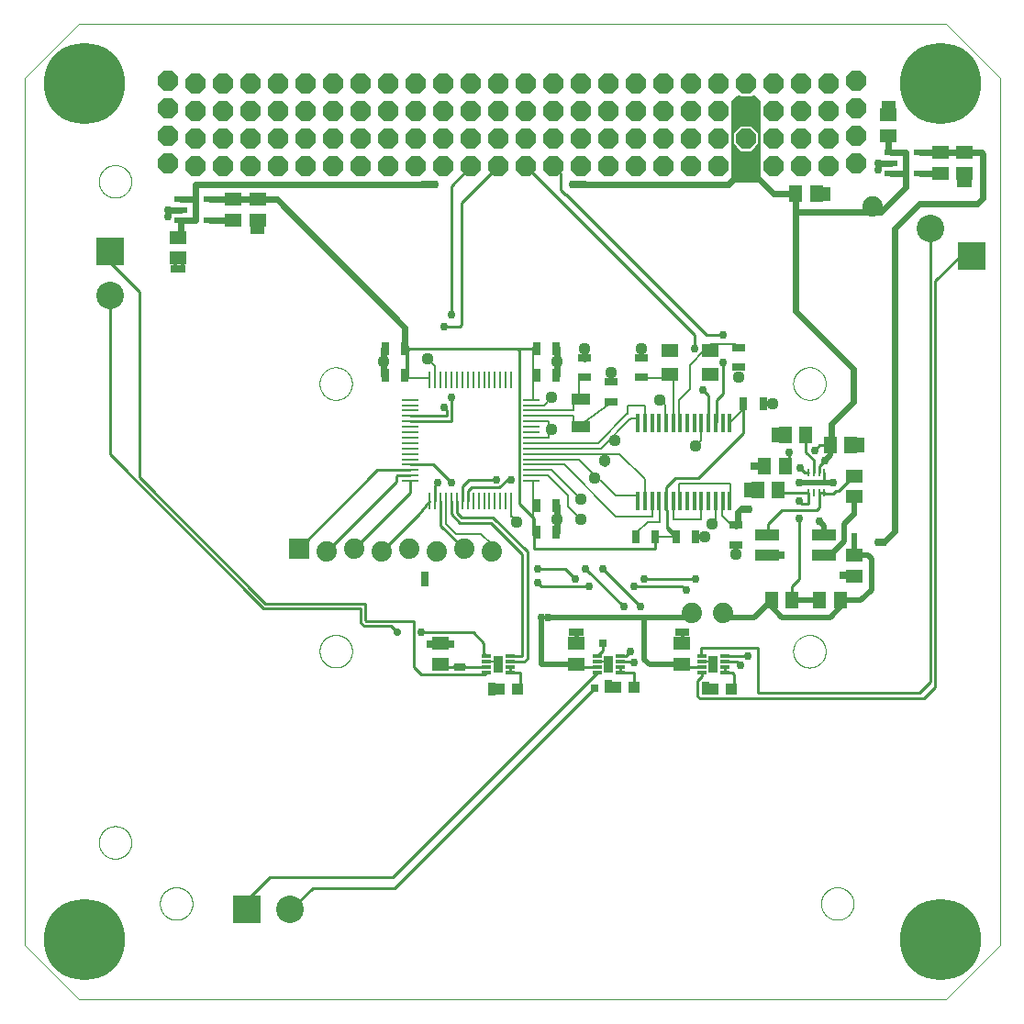
<source format=gtl>
G75*
%MOIN*%
%OFA0B0*%
%FSLAX25Y25*%
%IPPOS*%
%LPD*%
%AMOC8*
5,1,8,0,0,1.08239X$1,22.5*
%
%ADD10R,0.03937X0.04331*%
%ADD11R,0.03268X0.01181*%
%ADD12R,0.03543X0.06299*%
%ADD13OC8,0.07400*%
%ADD14C,0.00000*%
%ADD15C,0.29528*%
%ADD16R,0.10000X0.10000*%
%ADD17C,0.10000*%
%ADD18R,0.05906X0.05118*%
%ADD19R,0.00984X0.06102*%
%ADD20R,0.06102X0.00984*%
%ADD21R,0.01575X0.06890*%
%ADD22R,0.07087X0.03937*%
%ADD23R,0.03150X0.04724*%
%ADD24C,0.00800*%
%ADD25R,0.04724X0.03150*%
%ADD26C,0.04400*%
%ADD27C,0.02400*%
%ADD28R,0.06299X0.04921*%
%ADD29R,0.03937X0.00984*%
%ADD30R,0.00984X0.03937*%
%ADD31R,0.07400X0.07400*%
%ADD32C,0.07400*%
%ADD33R,0.08661X0.02402*%
%ADD34R,0.00984X0.02756*%
%ADD35R,0.05118X0.05906*%
%ADD36R,0.01969X0.01969*%
%ADD37R,0.08661X0.03937*%
%ADD38R,0.04724X0.02362*%
%ADD39R,0.02781X0.02781*%
%ADD40R,0.02800X0.02800*%
%ADD41C,0.00600*%
%ADD42R,0.02978X0.02978*%
%ADD43C,0.01000*%
%ADD44C,0.02978*%
%ADD45C,0.02000*%
%ADD46C,0.01200*%
%ADD47C,0.02781*%
D10*
X0194061Y0132271D03*
X0200754Y0132271D03*
X0236332Y0133042D03*
X0243025Y0133042D03*
X0271679Y0132488D03*
X0278372Y0132488D03*
D11*
X0275913Y0138330D03*
X0275913Y0140299D03*
X0275913Y0142267D03*
X0275913Y0144236D03*
X0267527Y0144236D03*
X0267527Y0142267D03*
X0267527Y0140299D03*
X0267527Y0138330D03*
X0237913Y0138330D03*
X0237913Y0140299D03*
X0237913Y0142267D03*
X0237913Y0144236D03*
X0229527Y0144236D03*
X0229527Y0142267D03*
X0229527Y0140299D03*
X0229527Y0138330D03*
X0197813Y0138430D03*
X0197813Y0140399D03*
X0197813Y0142367D03*
X0197813Y0144336D03*
X0189427Y0144336D03*
X0189427Y0142367D03*
X0189427Y0140399D03*
X0189427Y0138430D03*
D12*
X0193620Y0141383D03*
X0233720Y0141283D03*
X0271720Y0141283D03*
D13*
X0273620Y0322195D03*
X0273620Y0332195D03*
X0273620Y0342195D03*
X0273620Y0352195D03*
X0263620Y0352195D03*
X0253620Y0352195D03*
X0253620Y0342195D03*
X0263620Y0342195D03*
X0263620Y0332195D03*
X0253620Y0332195D03*
X0243620Y0332195D03*
X0233620Y0332195D03*
X0233620Y0342195D03*
X0233620Y0352195D03*
X0243620Y0352195D03*
X0243620Y0342195D03*
X0223620Y0342195D03*
X0223620Y0352195D03*
X0213620Y0352195D03*
X0203620Y0352195D03*
X0203620Y0342195D03*
X0213620Y0342195D03*
X0213620Y0332195D03*
X0203620Y0332195D03*
X0193620Y0332195D03*
X0193620Y0342195D03*
X0193620Y0352195D03*
X0183620Y0352195D03*
X0173620Y0352195D03*
X0173620Y0342195D03*
X0183620Y0342195D03*
X0183620Y0332195D03*
X0173620Y0332195D03*
X0163620Y0332195D03*
X0163620Y0342195D03*
X0163620Y0352195D03*
X0153620Y0352195D03*
X0143620Y0352195D03*
X0143620Y0342195D03*
X0153620Y0342195D03*
X0153620Y0332195D03*
X0143620Y0332195D03*
X0133620Y0332195D03*
X0133620Y0342195D03*
X0133620Y0352195D03*
X0123620Y0352195D03*
X0113620Y0352195D03*
X0113620Y0342195D03*
X0123620Y0342195D03*
X0123620Y0332195D03*
X0113620Y0332195D03*
X0103620Y0332195D03*
X0103620Y0342195D03*
X0103620Y0352195D03*
X0093620Y0352195D03*
X0083620Y0352195D03*
X0083620Y0342195D03*
X0093620Y0342195D03*
X0093620Y0332195D03*
X0083620Y0332195D03*
X0083620Y0322195D03*
X0093620Y0322195D03*
X0103620Y0322195D03*
X0113620Y0322195D03*
X0123620Y0322195D03*
X0133620Y0322195D03*
X0143620Y0322195D03*
X0153620Y0322195D03*
X0163620Y0322195D03*
X0173620Y0322195D03*
X0183620Y0322195D03*
X0193620Y0322195D03*
X0203620Y0322195D03*
X0213620Y0322195D03*
X0223620Y0322195D03*
X0223620Y0332195D03*
X0233620Y0322195D03*
X0243620Y0322195D03*
X0253620Y0322195D03*
X0263620Y0322195D03*
X0283620Y0322195D03*
X0293620Y0322195D03*
X0293620Y0332195D03*
X0283620Y0332195D03*
X0283620Y0342195D03*
X0283620Y0352195D03*
X0293620Y0352195D03*
X0293620Y0342195D03*
X0303620Y0342195D03*
X0303620Y0352195D03*
X0313620Y0352195D03*
X0313620Y0342195D03*
X0323620Y0343195D03*
X0323620Y0353195D03*
X0323620Y0333195D03*
X0323620Y0323195D03*
X0313620Y0322195D03*
X0313620Y0332195D03*
X0303620Y0332195D03*
X0303620Y0322195D03*
X0073620Y0323195D03*
X0073620Y0333195D03*
X0073620Y0343195D03*
X0073620Y0353195D03*
D14*
X0021455Y0354163D02*
X0021455Y0039203D01*
X0041140Y0019518D01*
X0356100Y0019518D01*
X0375785Y0039203D01*
X0375785Y0354163D01*
X0356100Y0373848D01*
X0041140Y0373848D01*
X0021455Y0354163D01*
X0048494Y0316762D02*
X0048496Y0316915D01*
X0048502Y0317069D01*
X0048512Y0317222D01*
X0048526Y0317374D01*
X0048544Y0317527D01*
X0048566Y0317678D01*
X0048591Y0317829D01*
X0048621Y0317980D01*
X0048655Y0318130D01*
X0048692Y0318278D01*
X0048733Y0318426D01*
X0048778Y0318572D01*
X0048827Y0318718D01*
X0048880Y0318862D01*
X0048936Y0319004D01*
X0048996Y0319145D01*
X0049060Y0319285D01*
X0049127Y0319423D01*
X0049198Y0319559D01*
X0049273Y0319693D01*
X0049350Y0319825D01*
X0049432Y0319955D01*
X0049516Y0320083D01*
X0049604Y0320209D01*
X0049695Y0320332D01*
X0049789Y0320453D01*
X0049887Y0320571D01*
X0049987Y0320687D01*
X0050091Y0320800D01*
X0050197Y0320911D01*
X0050306Y0321019D01*
X0050418Y0321124D01*
X0050532Y0321225D01*
X0050650Y0321324D01*
X0050769Y0321420D01*
X0050891Y0321513D01*
X0051016Y0321602D01*
X0051143Y0321689D01*
X0051272Y0321771D01*
X0051403Y0321851D01*
X0051536Y0321927D01*
X0051671Y0322000D01*
X0051808Y0322069D01*
X0051947Y0322134D01*
X0052087Y0322196D01*
X0052229Y0322254D01*
X0052372Y0322309D01*
X0052517Y0322360D01*
X0052663Y0322407D01*
X0052810Y0322450D01*
X0052958Y0322489D01*
X0053107Y0322525D01*
X0053257Y0322556D01*
X0053408Y0322584D01*
X0053559Y0322608D01*
X0053712Y0322628D01*
X0053864Y0322644D01*
X0054017Y0322656D01*
X0054170Y0322664D01*
X0054323Y0322668D01*
X0054477Y0322668D01*
X0054630Y0322664D01*
X0054783Y0322656D01*
X0054936Y0322644D01*
X0055088Y0322628D01*
X0055241Y0322608D01*
X0055392Y0322584D01*
X0055543Y0322556D01*
X0055693Y0322525D01*
X0055842Y0322489D01*
X0055990Y0322450D01*
X0056137Y0322407D01*
X0056283Y0322360D01*
X0056428Y0322309D01*
X0056571Y0322254D01*
X0056713Y0322196D01*
X0056853Y0322134D01*
X0056992Y0322069D01*
X0057129Y0322000D01*
X0057264Y0321927D01*
X0057397Y0321851D01*
X0057528Y0321771D01*
X0057657Y0321689D01*
X0057784Y0321602D01*
X0057909Y0321513D01*
X0058031Y0321420D01*
X0058150Y0321324D01*
X0058268Y0321225D01*
X0058382Y0321124D01*
X0058494Y0321019D01*
X0058603Y0320911D01*
X0058709Y0320800D01*
X0058813Y0320687D01*
X0058913Y0320571D01*
X0059011Y0320453D01*
X0059105Y0320332D01*
X0059196Y0320209D01*
X0059284Y0320083D01*
X0059368Y0319955D01*
X0059450Y0319825D01*
X0059527Y0319693D01*
X0059602Y0319559D01*
X0059673Y0319423D01*
X0059740Y0319285D01*
X0059804Y0319145D01*
X0059864Y0319004D01*
X0059920Y0318862D01*
X0059973Y0318718D01*
X0060022Y0318572D01*
X0060067Y0318426D01*
X0060108Y0318278D01*
X0060145Y0318130D01*
X0060179Y0317980D01*
X0060209Y0317829D01*
X0060234Y0317678D01*
X0060256Y0317527D01*
X0060274Y0317374D01*
X0060288Y0317222D01*
X0060298Y0317069D01*
X0060304Y0316915D01*
X0060306Y0316762D01*
X0060304Y0316609D01*
X0060298Y0316455D01*
X0060288Y0316302D01*
X0060274Y0316150D01*
X0060256Y0315997D01*
X0060234Y0315846D01*
X0060209Y0315695D01*
X0060179Y0315544D01*
X0060145Y0315394D01*
X0060108Y0315246D01*
X0060067Y0315098D01*
X0060022Y0314952D01*
X0059973Y0314806D01*
X0059920Y0314662D01*
X0059864Y0314520D01*
X0059804Y0314379D01*
X0059740Y0314239D01*
X0059673Y0314101D01*
X0059602Y0313965D01*
X0059527Y0313831D01*
X0059450Y0313699D01*
X0059368Y0313569D01*
X0059284Y0313441D01*
X0059196Y0313315D01*
X0059105Y0313192D01*
X0059011Y0313071D01*
X0058913Y0312953D01*
X0058813Y0312837D01*
X0058709Y0312724D01*
X0058603Y0312613D01*
X0058494Y0312505D01*
X0058382Y0312400D01*
X0058268Y0312299D01*
X0058150Y0312200D01*
X0058031Y0312104D01*
X0057909Y0312011D01*
X0057784Y0311922D01*
X0057657Y0311835D01*
X0057528Y0311753D01*
X0057397Y0311673D01*
X0057264Y0311597D01*
X0057129Y0311524D01*
X0056992Y0311455D01*
X0056853Y0311390D01*
X0056713Y0311328D01*
X0056571Y0311270D01*
X0056428Y0311215D01*
X0056283Y0311164D01*
X0056137Y0311117D01*
X0055990Y0311074D01*
X0055842Y0311035D01*
X0055693Y0310999D01*
X0055543Y0310968D01*
X0055392Y0310940D01*
X0055241Y0310916D01*
X0055088Y0310896D01*
X0054936Y0310880D01*
X0054783Y0310868D01*
X0054630Y0310860D01*
X0054477Y0310856D01*
X0054323Y0310856D01*
X0054170Y0310860D01*
X0054017Y0310868D01*
X0053864Y0310880D01*
X0053712Y0310896D01*
X0053559Y0310916D01*
X0053408Y0310940D01*
X0053257Y0310968D01*
X0053107Y0310999D01*
X0052958Y0311035D01*
X0052810Y0311074D01*
X0052663Y0311117D01*
X0052517Y0311164D01*
X0052372Y0311215D01*
X0052229Y0311270D01*
X0052087Y0311328D01*
X0051947Y0311390D01*
X0051808Y0311455D01*
X0051671Y0311524D01*
X0051536Y0311597D01*
X0051403Y0311673D01*
X0051272Y0311753D01*
X0051143Y0311835D01*
X0051016Y0311922D01*
X0050891Y0312011D01*
X0050769Y0312104D01*
X0050650Y0312200D01*
X0050532Y0312299D01*
X0050418Y0312400D01*
X0050306Y0312505D01*
X0050197Y0312613D01*
X0050091Y0312724D01*
X0049987Y0312837D01*
X0049887Y0312953D01*
X0049789Y0313071D01*
X0049695Y0313192D01*
X0049604Y0313315D01*
X0049516Y0313441D01*
X0049432Y0313569D01*
X0049350Y0313699D01*
X0049273Y0313831D01*
X0049198Y0313965D01*
X0049127Y0314101D01*
X0049060Y0314239D01*
X0048996Y0314379D01*
X0048936Y0314520D01*
X0048880Y0314662D01*
X0048827Y0314806D01*
X0048778Y0314952D01*
X0048733Y0315098D01*
X0048692Y0315246D01*
X0048655Y0315394D01*
X0048621Y0315544D01*
X0048591Y0315695D01*
X0048566Y0315846D01*
X0048544Y0315997D01*
X0048526Y0316150D01*
X0048512Y0316302D01*
X0048502Y0316455D01*
X0048496Y0316609D01*
X0048494Y0316762D01*
X0128664Y0243293D02*
X0128666Y0243446D01*
X0128672Y0243600D01*
X0128682Y0243753D01*
X0128696Y0243905D01*
X0128714Y0244058D01*
X0128736Y0244209D01*
X0128761Y0244360D01*
X0128791Y0244511D01*
X0128825Y0244661D01*
X0128862Y0244809D01*
X0128903Y0244957D01*
X0128948Y0245103D01*
X0128997Y0245249D01*
X0129050Y0245393D01*
X0129106Y0245535D01*
X0129166Y0245676D01*
X0129230Y0245816D01*
X0129297Y0245954D01*
X0129368Y0246090D01*
X0129443Y0246224D01*
X0129520Y0246356D01*
X0129602Y0246486D01*
X0129686Y0246614D01*
X0129774Y0246740D01*
X0129865Y0246863D01*
X0129959Y0246984D01*
X0130057Y0247102D01*
X0130157Y0247218D01*
X0130261Y0247331D01*
X0130367Y0247442D01*
X0130476Y0247550D01*
X0130588Y0247655D01*
X0130702Y0247756D01*
X0130820Y0247855D01*
X0130939Y0247951D01*
X0131061Y0248044D01*
X0131186Y0248133D01*
X0131313Y0248220D01*
X0131442Y0248302D01*
X0131573Y0248382D01*
X0131706Y0248458D01*
X0131841Y0248531D01*
X0131978Y0248600D01*
X0132117Y0248665D01*
X0132257Y0248727D01*
X0132399Y0248785D01*
X0132542Y0248840D01*
X0132687Y0248891D01*
X0132833Y0248938D01*
X0132980Y0248981D01*
X0133128Y0249020D01*
X0133277Y0249056D01*
X0133427Y0249087D01*
X0133578Y0249115D01*
X0133729Y0249139D01*
X0133882Y0249159D01*
X0134034Y0249175D01*
X0134187Y0249187D01*
X0134340Y0249195D01*
X0134493Y0249199D01*
X0134647Y0249199D01*
X0134800Y0249195D01*
X0134953Y0249187D01*
X0135106Y0249175D01*
X0135258Y0249159D01*
X0135411Y0249139D01*
X0135562Y0249115D01*
X0135713Y0249087D01*
X0135863Y0249056D01*
X0136012Y0249020D01*
X0136160Y0248981D01*
X0136307Y0248938D01*
X0136453Y0248891D01*
X0136598Y0248840D01*
X0136741Y0248785D01*
X0136883Y0248727D01*
X0137023Y0248665D01*
X0137162Y0248600D01*
X0137299Y0248531D01*
X0137434Y0248458D01*
X0137567Y0248382D01*
X0137698Y0248302D01*
X0137827Y0248220D01*
X0137954Y0248133D01*
X0138079Y0248044D01*
X0138201Y0247951D01*
X0138320Y0247855D01*
X0138438Y0247756D01*
X0138552Y0247655D01*
X0138664Y0247550D01*
X0138773Y0247442D01*
X0138879Y0247331D01*
X0138983Y0247218D01*
X0139083Y0247102D01*
X0139181Y0246984D01*
X0139275Y0246863D01*
X0139366Y0246740D01*
X0139454Y0246614D01*
X0139538Y0246486D01*
X0139620Y0246356D01*
X0139697Y0246224D01*
X0139772Y0246090D01*
X0139843Y0245954D01*
X0139910Y0245816D01*
X0139974Y0245676D01*
X0140034Y0245535D01*
X0140090Y0245393D01*
X0140143Y0245249D01*
X0140192Y0245103D01*
X0140237Y0244957D01*
X0140278Y0244809D01*
X0140315Y0244661D01*
X0140349Y0244511D01*
X0140379Y0244360D01*
X0140404Y0244209D01*
X0140426Y0244058D01*
X0140444Y0243905D01*
X0140458Y0243753D01*
X0140468Y0243600D01*
X0140474Y0243446D01*
X0140476Y0243293D01*
X0140474Y0243140D01*
X0140468Y0242986D01*
X0140458Y0242833D01*
X0140444Y0242681D01*
X0140426Y0242528D01*
X0140404Y0242377D01*
X0140379Y0242226D01*
X0140349Y0242075D01*
X0140315Y0241925D01*
X0140278Y0241777D01*
X0140237Y0241629D01*
X0140192Y0241483D01*
X0140143Y0241337D01*
X0140090Y0241193D01*
X0140034Y0241051D01*
X0139974Y0240910D01*
X0139910Y0240770D01*
X0139843Y0240632D01*
X0139772Y0240496D01*
X0139697Y0240362D01*
X0139620Y0240230D01*
X0139538Y0240100D01*
X0139454Y0239972D01*
X0139366Y0239846D01*
X0139275Y0239723D01*
X0139181Y0239602D01*
X0139083Y0239484D01*
X0138983Y0239368D01*
X0138879Y0239255D01*
X0138773Y0239144D01*
X0138664Y0239036D01*
X0138552Y0238931D01*
X0138438Y0238830D01*
X0138320Y0238731D01*
X0138201Y0238635D01*
X0138079Y0238542D01*
X0137954Y0238453D01*
X0137827Y0238366D01*
X0137698Y0238284D01*
X0137567Y0238204D01*
X0137434Y0238128D01*
X0137299Y0238055D01*
X0137162Y0237986D01*
X0137023Y0237921D01*
X0136883Y0237859D01*
X0136741Y0237801D01*
X0136598Y0237746D01*
X0136453Y0237695D01*
X0136307Y0237648D01*
X0136160Y0237605D01*
X0136012Y0237566D01*
X0135863Y0237530D01*
X0135713Y0237499D01*
X0135562Y0237471D01*
X0135411Y0237447D01*
X0135258Y0237427D01*
X0135106Y0237411D01*
X0134953Y0237399D01*
X0134800Y0237391D01*
X0134647Y0237387D01*
X0134493Y0237387D01*
X0134340Y0237391D01*
X0134187Y0237399D01*
X0134034Y0237411D01*
X0133882Y0237427D01*
X0133729Y0237447D01*
X0133578Y0237471D01*
X0133427Y0237499D01*
X0133277Y0237530D01*
X0133128Y0237566D01*
X0132980Y0237605D01*
X0132833Y0237648D01*
X0132687Y0237695D01*
X0132542Y0237746D01*
X0132399Y0237801D01*
X0132257Y0237859D01*
X0132117Y0237921D01*
X0131978Y0237986D01*
X0131841Y0238055D01*
X0131706Y0238128D01*
X0131573Y0238204D01*
X0131442Y0238284D01*
X0131313Y0238366D01*
X0131186Y0238453D01*
X0131061Y0238542D01*
X0130939Y0238635D01*
X0130820Y0238731D01*
X0130702Y0238830D01*
X0130588Y0238931D01*
X0130476Y0239036D01*
X0130367Y0239144D01*
X0130261Y0239255D01*
X0130157Y0239368D01*
X0130057Y0239484D01*
X0129959Y0239602D01*
X0129865Y0239723D01*
X0129774Y0239846D01*
X0129686Y0239972D01*
X0129602Y0240100D01*
X0129520Y0240230D01*
X0129443Y0240362D01*
X0129368Y0240496D01*
X0129297Y0240632D01*
X0129230Y0240770D01*
X0129166Y0240910D01*
X0129106Y0241051D01*
X0129050Y0241193D01*
X0128997Y0241337D01*
X0128948Y0241483D01*
X0128903Y0241629D01*
X0128862Y0241777D01*
X0128825Y0241925D01*
X0128791Y0242075D01*
X0128761Y0242226D01*
X0128736Y0242377D01*
X0128714Y0242528D01*
X0128696Y0242681D01*
X0128682Y0242833D01*
X0128672Y0242986D01*
X0128666Y0243140D01*
X0128664Y0243293D01*
X0128694Y0146083D02*
X0128696Y0146236D01*
X0128702Y0146390D01*
X0128712Y0146543D01*
X0128726Y0146695D01*
X0128744Y0146848D01*
X0128766Y0146999D01*
X0128791Y0147150D01*
X0128821Y0147301D01*
X0128855Y0147451D01*
X0128892Y0147599D01*
X0128933Y0147747D01*
X0128978Y0147893D01*
X0129027Y0148039D01*
X0129080Y0148183D01*
X0129136Y0148325D01*
X0129196Y0148466D01*
X0129260Y0148606D01*
X0129327Y0148744D01*
X0129398Y0148880D01*
X0129473Y0149014D01*
X0129550Y0149146D01*
X0129632Y0149276D01*
X0129716Y0149404D01*
X0129804Y0149530D01*
X0129895Y0149653D01*
X0129989Y0149774D01*
X0130087Y0149892D01*
X0130187Y0150008D01*
X0130291Y0150121D01*
X0130397Y0150232D01*
X0130506Y0150340D01*
X0130618Y0150445D01*
X0130732Y0150546D01*
X0130850Y0150645D01*
X0130969Y0150741D01*
X0131091Y0150834D01*
X0131216Y0150923D01*
X0131343Y0151010D01*
X0131472Y0151092D01*
X0131603Y0151172D01*
X0131736Y0151248D01*
X0131871Y0151321D01*
X0132008Y0151390D01*
X0132147Y0151455D01*
X0132287Y0151517D01*
X0132429Y0151575D01*
X0132572Y0151630D01*
X0132717Y0151681D01*
X0132863Y0151728D01*
X0133010Y0151771D01*
X0133158Y0151810D01*
X0133307Y0151846D01*
X0133457Y0151877D01*
X0133608Y0151905D01*
X0133759Y0151929D01*
X0133912Y0151949D01*
X0134064Y0151965D01*
X0134217Y0151977D01*
X0134370Y0151985D01*
X0134523Y0151989D01*
X0134677Y0151989D01*
X0134830Y0151985D01*
X0134983Y0151977D01*
X0135136Y0151965D01*
X0135288Y0151949D01*
X0135441Y0151929D01*
X0135592Y0151905D01*
X0135743Y0151877D01*
X0135893Y0151846D01*
X0136042Y0151810D01*
X0136190Y0151771D01*
X0136337Y0151728D01*
X0136483Y0151681D01*
X0136628Y0151630D01*
X0136771Y0151575D01*
X0136913Y0151517D01*
X0137053Y0151455D01*
X0137192Y0151390D01*
X0137329Y0151321D01*
X0137464Y0151248D01*
X0137597Y0151172D01*
X0137728Y0151092D01*
X0137857Y0151010D01*
X0137984Y0150923D01*
X0138109Y0150834D01*
X0138231Y0150741D01*
X0138350Y0150645D01*
X0138468Y0150546D01*
X0138582Y0150445D01*
X0138694Y0150340D01*
X0138803Y0150232D01*
X0138909Y0150121D01*
X0139013Y0150008D01*
X0139113Y0149892D01*
X0139211Y0149774D01*
X0139305Y0149653D01*
X0139396Y0149530D01*
X0139484Y0149404D01*
X0139568Y0149276D01*
X0139650Y0149146D01*
X0139727Y0149014D01*
X0139802Y0148880D01*
X0139873Y0148744D01*
X0139940Y0148606D01*
X0140004Y0148466D01*
X0140064Y0148325D01*
X0140120Y0148183D01*
X0140173Y0148039D01*
X0140222Y0147893D01*
X0140267Y0147747D01*
X0140308Y0147599D01*
X0140345Y0147451D01*
X0140379Y0147301D01*
X0140409Y0147150D01*
X0140434Y0146999D01*
X0140456Y0146848D01*
X0140474Y0146695D01*
X0140488Y0146543D01*
X0140498Y0146390D01*
X0140504Y0146236D01*
X0140506Y0146083D01*
X0140504Y0145930D01*
X0140498Y0145776D01*
X0140488Y0145623D01*
X0140474Y0145471D01*
X0140456Y0145318D01*
X0140434Y0145167D01*
X0140409Y0145016D01*
X0140379Y0144865D01*
X0140345Y0144715D01*
X0140308Y0144567D01*
X0140267Y0144419D01*
X0140222Y0144273D01*
X0140173Y0144127D01*
X0140120Y0143983D01*
X0140064Y0143841D01*
X0140004Y0143700D01*
X0139940Y0143560D01*
X0139873Y0143422D01*
X0139802Y0143286D01*
X0139727Y0143152D01*
X0139650Y0143020D01*
X0139568Y0142890D01*
X0139484Y0142762D01*
X0139396Y0142636D01*
X0139305Y0142513D01*
X0139211Y0142392D01*
X0139113Y0142274D01*
X0139013Y0142158D01*
X0138909Y0142045D01*
X0138803Y0141934D01*
X0138694Y0141826D01*
X0138582Y0141721D01*
X0138468Y0141620D01*
X0138350Y0141521D01*
X0138231Y0141425D01*
X0138109Y0141332D01*
X0137984Y0141243D01*
X0137857Y0141156D01*
X0137728Y0141074D01*
X0137597Y0140994D01*
X0137464Y0140918D01*
X0137329Y0140845D01*
X0137192Y0140776D01*
X0137053Y0140711D01*
X0136913Y0140649D01*
X0136771Y0140591D01*
X0136628Y0140536D01*
X0136483Y0140485D01*
X0136337Y0140438D01*
X0136190Y0140395D01*
X0136042Y0140356D01*
X0135893Y0140320D01*
X0135743Y0140289D01*
X0135592Y0140261D01*
X0135441Y0140237D01*
X0135288Y0140217D01*
X0135136Y0140201D01*
X0134983Y0140189D01*
X0134830Y0140181D01*
X0134677Y0140177D01*
X0134523Y0140177D01*
X0134370Y0140181D01*
X0134217Y0140189D01*
X0134064Y0140201D01*
X0133912Y0140217D01*
X0133759Y0140237D01*
X0133608Y0140261D01*
X0133457Y0140289D01*
X0133307Y0140320D01*
X0133158Y0140356D01*
X0133010Y0140395D01*
X0132863Y0140438D01*
X0132717Y0140485D01*
X0132572Y0140536D01*
X0132429Y0140591D01*
X0132287Y0140649D01*
X0132147Y0140711D01*
X0132008Y0140776D01*
X0131871Y0140845D01*
X0131736Y0140918D01*
X0131603Y0140994D01*
X0131472Y0141074D01*
X0131343Y0141156D01*
X0131216Y0141243D01*
X0131091Y0141332D01*
X0130969Y0141425D01*
X0130850Y0141521D01*
X0130732Y0141620D01*
X0130618Y0141721D01*
X0130506Y0141826D01*
X0130397Y0141934D01*
X0130291Y0142045D01*
X0130187Y0142158D01*
X0130087Y0142274D01*
X0129989Y0142392D01*
X0129895Y0142513D01*
X0129804Y0142636D01*
X0129716Y0142762D01*
X0129632Y0142890D01*
X0129550Y0143020D01*
X0129473Y0143152D01*
X0129398Y0143286D01*
X0129327Y0143422D01*
X0129260Y0143560D01*
X0129196Y0143700D01*
X0129136Y0143841D01*
X0129080Y0143983D01*
X0129027Y0144127D01*
X0128978Y0144273D01*
X0128933Y0144419D01*
X0128892Y0144567D01*
X0128855Y0144715D01*
X0128821Y0144865D01*
X0128791Y0145016D01*
X0128766Y0145167D01*
X0128744Y0145318D01*
X0128726Y0145471D01*
X0128712Y0145623D01*
X0128702Y0145776D01*
X0128696Y0145930D01*
X0128694Y0146083D01*
X0048494Y0076604D02*
X0048496Y0076757D01*
X0048502Y0076911D01*
X0048512Y0077064D01*
X0048526Y0077216D01*
X0048544Y0077369D01*
X0048566Y0077520D01*
X0048591Y0077671D01*
X0048621Y0077822D01*
X0048655Y0077972D01*
X0048692Y0078120D01*
X0048733Y0078268D01*
X0048778Y0078414D01*
X0048827Y0078560D01*
X0048880Y0078704D01*
X0048936Y0078846D01*
X0048996Y0078987D01*
X0049060Y0079127D01*
X0049127Y0079265D01*
X0049198Y0079401D01*
X0049273Y0079535D01*
X0049350Y0079667D01*
X0049432Y0079797D01*
X0049516Y0079925D01*
X0049604Y0080051D01*
X0049695Y0080174D01*
X0049789Y0080295D01*
X0049887Y0080413D01*
X0049987Y0080529D01*
X0050091Y0080642D01*
X0050197Y0080753D01*
X0050306Y0080861D01*
X0050418Y0080966D01*
X0050532Y0081067D01*
X0050650Y0081166D01*
X0050769Y0081262D01*
X0050891Y0081355D01*
X0051016Y0081444D01*
X0051143Y0081531D01*
X0051272Y0081613D01*
X0051403Y0081693D01*
X0051536Y0081769D01*
X0051671Y0081842D01*
X0051808Y0081911D01*
X0051947Y0081976D01*
X0052087Y0082038D01*
X0052229Y0082096D01*
X0052372Y0082151D01*
X0052517Y0082202D01*
X0052663Y0082249D01*
X0052810Y0082292D01*
X0052958Y0082331D01*
X0053107Y0082367D01*
X0053257Y0082398D01*
X0053408Y0082426D01*
X0053559Y0082450D01*
X0053712Y0082470D01*
X0053864Y0082486D01*
X0054017Y0082498D01*
X0054170Y0082506D01*
X0054323Y0082510D01*
X0054477Y0082510D01*
X0054630Y0082506D01*
X0054783Y0082498D01*
X0054936Y0082486D01*
X0055088Y0082470D01*
X0055241Y0082450D01*
X0055392Y0082426D01*
X0055543Y0082398D01*
X0055693Y0082367D01*
X0055842Y0082331D01*
X0055990Y0082292D01*
X0056137Y0082249D01*
X0056283Y0082202D01*
X0056428Y0082151D01*
X0056571Y0082096D01*
X0056713Y0082038D01*
X0056853Y0081976D01*
X0056992Y0081911D01*
X0057129Y0081842D01*
X0057264Y0081769D01*
X0057397Y0081693D01*
X0057528Y0081613D01*
X0057657Y0081531D01*
X0057784Y0081444D01*
X0057909Y0081355D01*
X0058031Y0081262D01*
X0058150Y0081166D01*
X0058268Y0081067D01*
X0058382Y0080966D01*
X0058494Y0080861D01*
X0058603Y0080753D01*
X0058709Y0080642D01*
X0058813Y0080529D01*
X0058913Y0080413D01*
X0059011Y0080295D01*
X0059105Y0080174D01*
X0059196Y0080051D01*
X0059284Y0079925D01*
X0059368Y0079797D01*
X0059450Y0079667D01*
X0059527Y0079535D01*
X0059602Y0079401D01*
X0059673Y0079265D01*
X0059740Y0079127D01*
X0059804Y0078987D01*
X0059864Y0078846D01*
X0059920Y0078704D01*
X0059973Y0078560D01*
X0060022Y0078414D01*
X0060067Y0078268D01*
X0060108Y0078120D01*
X0060145Y0077972D01*
X0060179Y0077822D01*
X0060209Y0077671D01*
X0060234Y0077520D01*
X0060256Y0077369D01*
X0060274Y0077216D01*
X0060288Y0077064D01*
X0060298Y0076911D01*
X0060304Y0076757D01*
X0060306Y0076604D01*
X0060304Y0076451D01*
X0060298Y0076297D01*
X0060288Y0076144D01*
X0060274Y0075992D01*
X0060256Y0075839D01*
X0060234Y0075688D01*
X0060209Y0075537D01*
X0060179Y0075386D01*
X0060145Y0075236D01*
X0060108Y0075088D01*
X0060067Y0074940D01*
X0060022Y0074794D01*
X0059973Y0074648D01*
X0059920Y0074504D01*
X0059864Y0074362D01*
X0059804Y0074221D01*
X0059740Y0074081D01*
X0059673Y0073943D01*
X0059602Y0073807D01*
X0059527Y0073673D01*
X0059450Y0073541D01*
X0059368Y0073411D01*
X0059284Y0073283D01*
X0059196Y0073157D01*
X0059105Y0073034D01*
X0059011Y0072913D01*
X0058913Y0072795D01*
X0058813Y0072679D01*
X0058709Y0072566D01*
X0058603Y0072455D01*
X0058494Y0072347D01*
X0058382Y0072242D01*
X0058268Y0072141D01*
X0058150Y0072042D01*
X0058031Y0071946D01*
X0057909Y0071853D01*
X0057784Y0071764D01*
X0057657Y0071677D01*
X0057528Y0071595D01*
X0057397Y0071515D01*
X0057264Y0071439D01*
X0057129Y0071366D01*
X0056992Y0071297D01*
X0056853Y0071232D01*
X0056713Y0071170D01*
X0056571Y0071112D01*
X0056428Y0071057D01*
X0056283Y0071006D01*
X0056137Y0070959D01*
X0055990Y0070916D01*
X0055842Y0070877D01*
X0055693Y0070841D01*
X0055543Y0070810D01*
X0055392Y0070782D01*
X0055241Y0070758D01*
X0055088Y0070738D01*
X0054936Y0070722D01*
X0054783Y0070710D01*
X0054630Y0070702D01*
X0054477Y0070698D01*
X0054323Y0070698D01*
X0054170Y0070702D01*
X0054017Y0070710D01*
X0053864Y0070722D01*
X0053712Y0070738D01*
X0053559Y0070758D01*
X0053408Y0070782D01*
X0053257Y0070810D01*
X0053107Y0070841D01*
X0052958Y0070877D01*
X0052810Y0070916D01*
X0052663Y0070959D01*
X0052517Y0071006D01*
X0052372Y0071057D01*
X0052229Y0071112D01*
X0052087Y0071170D01*
X0051947Y0071232D01*
X0051808Y0071297D01*
X0051671Y0071366D01*
X0051536Y0071439D01*
X0051403Y0071515D01*
X0051272Y0071595D01*
X0051143Y0071677D01*
X0051016Y0071764D01*
X0050891Y0071853D01*
X0050769Y0071946D01*
X0050650Y0072042D01*
X0050532Y0072141D01*
X0050418Y0072242D01*
X0050306Y0072347D01*
X0050197Y0072455D01*
X0050091Y0072566D01*
X0049987Y0072679D01*
X0049887Y0072795D01*
X0049789Y0072913D01*
X0049695Y0073034D01*
X0049604Y0073157D01*
X0049516Y0073283D01*
X0049432Y0073411D01*
X0049350Y0073541D01*
X0049273Y0073673D01*
X0049198Y0073807D01*
X0049127Y0073943D01*
X0049060Y0074081D01*
X0048996Y0074221D01*
X0048936Y0074362D01*
X0048880Y0074504D01*
X0048827Y0074648D01*
X0048778Y0074794D01*
X0048733Y0074940D01*
X0048692Y0075088D01*
X0048655Y0075236D01*
X0048621Y0075386D01*
X0048591Y0075537D01*
X0048566Y0075688D01*
X0048544Y0075839D01*
X0048526Y0075992D01*
X0048512Y0076144D01*
X0048502Y0076297D01*
X0048496Y0076451D01*
X0048494Y0076604D01*
X0070698Y0054400D02*
X0070700Y0054553D01*
X0070706Y0054707D01*
X0070716Y0054860D01*
X0070730Y0055012D01*
X0070748Y0055165D01*
X0070770Y0055316D01*
X0070795Y0055467D01*
X0070825Y0055618D01*
X0070859Y0055768D01*
X0070896Y0055916D01*
X0070937Y0056064D01*
X0070982Y0056210D01*
X0071031Y0056356D01*
X0071084Y0056500D01*
X0071140Y0056642D01*
X0071200Y0056783D01*
X0071264Y0056923D01*
X0071331Y0057061D01*
X0071402Y0057197D01*
X0071477Y0057331D01*
X0071554Y0057463D01*
X0071636Y0057593D01*
X0071720Y0057721D01*
X0071808Y0057847D01*
X0071899Y0057970D01*
X0071993Y0058091D01*
X0072091Y0058209D01*
X0072191Y0058325D01*
X0072295Y0058438D01*
X0072401Y0058549D01*
X0072510Y0058657D01*
X0072622Y0058762D01*
X0072736Y0058863D01*
X0072854Y0058962D01*
X0072973Y0059058D01*
X0073095Y0059151D01*
X0073220Y0059240D01*
X0073347Y0059327D01*
X0073476Y0059409D01*
X0073607Y0059489D01*
X0073740Y0059565D01*
X0073875Y0059638D01*
X0074012Y0059707D01*
X0074151Y0059772D01*
X0074291Y0059834D01*
X0074433Y0059892D01*
X0074576Y0059947D01*
X0074721Y0059998D01*
X0074867Y0060045D01*
X0075014Y0060088D01*
X0075162Y0060127D01*
X0075311Y0060163D01*
X0075461Y0060194D01*
X0075612Y0060222D01*
X0075763Y0060246D01*
X0075916Y0060266D01*
X0076068Y0060282D01*
X0076221Y0060294D01*
X0076374Y0060302D01*
X0076527Y0060306D01*
X0076681Y0060306D01*
X0076834Y0060302D01*
X0076987Y0060294D01*
X0077140Y0060282D01*
X0077292Y0060266D01*
X0077445Y0060246D01*
X0077596Y0060222D01*
X0077747Y0060194D01*
X0077897Y0060163D01*
X0078046Y0060127D01*
X0078194Y0060088D01*
X0078341Y0060045D01*
X0078487Y0059998D01*
X0078632Y0059947D01*
X0078775Y0059892D01*
X0078917Y0059834D01*
X0079057Y0059772D01*
X0079196Y0059707D01*
X0079333Y0059638D01*
X0079468Y0059565D01*
X0079601Y0059489D01*
X0079732Y0059409D01*
X0079861Y0059327D01*
X0079988Y0059240D01*
X0080113Y0059151D01*
X0080235Y0059058D01*
X0080354Y0058962D01*
X0080472Y0058863D01*
X0080586Y0058762D01*
X0080698Y0058657D01*
X0080807Y0058549D01*
X0080913Y0058438D01*
X0081017Y0058325D01*
X0081117Y0058209D01*
X0081215Y0058091D01*
X0081309Y0057970D01*
X0081400Y0057847D01*
X0081488Y0057721D01*
X0081572Y0057593D01*
X0081654Y0057463D01*
X0081731Y0057331D01*
X0081806Y0057197D01*
X0081877Y0057061D01*
X0081944Y0056923D01*
X0082008Y0056783D01*
X0082068Y0056642D01*
X0082124Y0056500D01*
X0082177Y0056356D01*
X0082226Y0056210D01*
X0082271Y0056064D01*
X0082312Y0055916D01*
X0082349Y0055768D01*
X0082383Y0055618D01*
X0082413Y0055467D01*
X0082438Y0055316D01*
X0082460Y0055165D01*
X0082478Y0055012D01*
X0082492Y0054860D01*
X0082502Y0054707D01*
X0082508Y0054553D01*
X0082510Y0054400D01*
X0082508Y0054247D01*
X0082502Y0054093D01*
X0082492Y0053940D01*
X0082478Y0053788D01*
X0082460Y0053635D01*
X0082438Y0053484D01*
X0082413Y0053333D01*
X0082383Y0053182D01*
X0082349Y0053032D01*
X0082312Y0052884D01*
X0082271Y0052736D01*
X0082226Y0052590D01*
X0082177Y0052444D01*
X0082124Y0052300D01*
X0082068Y0052158D01*
X0082008Y0052017D01*
X0081944Y0051877D01*
X0081877Y0051739D01*
X0081806Y0051603D01*
X0081731Y0051469D01*
X0081654Y0051337D01*
X0081572Y0051207D01*
X0081488Y0051079D01*
X0081400Y0050953D01*
X0081309Y0050830D01*
X0081215Y0050709D01*
X0081117Y0050591D01*
X0081017Y0050475D01*
X0080913Y0050362D01*
X0080807Y0050251D01*
X0080698Y0050143D01*
X0080586Y0050038D01*
X0080472Y0049937D01*
X0080354Y0049838D01*
X0080235Y0049742D01*
X0080113Y0049649D01*
X0079988Y0049560D01*
X0079861Y0049473D01*
X0079732Y0049391D01*
X0079601Y0049311D01*
X0079468Y0049235D01*
X0079333Y0049162D01*
X0079196Y0049093D01*
X0079057Y0049028D01*
X0078917Y0048966D01*
X0078775Y0048908D01*
X0078632Y0048853D01*
X0078487Y0048802D01*
X0078341Y0048755D01*
X0078194Y0048712D01*
X0078046Y0048673D01*
X0077897Y0048637D01*
X0077747Y0048606D01*
X0077596Y0048578D01*
X0077445Y0048554D01*
X0077292Y0048534D01*
X0077140Y0048518D01*
X0076987Y0048506D01*
X0076834Y0048498D01*
X0076681Y0048494D01*
X0076527Y0048494D01*
X0076374Y0048498D01*
X0076221Y0048506D01*
X0076068Y0048518D01*
X0075916Y0048534D01*
X0075763Y0048554D01*
X0075612Y0048578D01*
X0075461Y0048606D01*
X0075311Y0048637D01*
X0075162Y0048673D01*
X0075014Y0048712D01*
X0074867Y0048755D01*
X0074721Y0048802D01*
X0074576Y0048853D01*
X0074433Y0048908D01*
X0074291Y0048966D01*
X0074151Y0049028D01*
X0074012Y0049093D01*
X0073875Y0049162D01*
X0073740Y0049235D01*
X0073607Y0049311D01*
X0073476Y0049391D01*
X0073347Y0049473D01*
X0073220Y0049560D01*
X0073095Y0049649D01*
X0072973Y0049742D01*
X0072854Y0049838D01*
X0072736Y0049937D01*
X0072622Y0050038D01*
X0072510Y0050143D01*
X0072401Y0050251D01*
X0072295Y0050362D01*
X0072191Y0050475D01*
X0072091Y0050591D01*
X0071993Y0050709D01*
X0071899Y0050830D01*
X0071808Y0050953D01*
X0071720Y0051079D01*
X0071636Y0051207D01*
X0071554Y0051337D01*
X0071477Y0051469D01*
X0071402Y0051603D01*
X0071331Y0051739D01*
X0071264Y0051877D01*
X0071200Y0052017D01*
X0071140Y0052158D01*
X0071084Y0052300D01*
X0071031Y0052444D01*
X0070982Y0052590D01*
X0070937Y0052736D01*
X0070896Y0052884D01*
X0070859Y0053032D01*
X0070825Y0053182D01*
X0070795Y0053333D01*
X0070770Y0053484D01*
X0070748Y0053635D01*
X0070730Y0053788D01*
X0070716Y0053940D01*
X0070706Y0054093D01*
X0070700Y0054247D01*
X0070698Y0054400D01*
X0300734Y0146053D02*
X0300736Y0146206D01*
X0300742Y0146360D01*
X0300752Y0146513D01*
X0300766Y0146665D01*
X0300784Y0146818D01*
X0300806Y0146969D01*
X0300831Y0147120D01*
X0300861Y0147271D01*
X0300895Y0147421D01*
X0300932Y0147569D01*
X0300973Y0147717D01*
X0301018Y0147863D01*
X0301067Y0148009D01*
X0301120Y0148153D01*
X0301176Y0148295D01*
X0301236Y0148436D01*
X0301300Y0148576D01*
X0301367Y0148714D01*
X0301438Y0148850D01*
X0301513Y0148984D01*
X0301590Y0149116D01*
X0301672Y0149246D01*
X0301756Y0149374D01*
X0301844Y0149500D01*
X0301935Y0149623D01*
X0302029Y0149744D01*
X0302127Y0149862D01*
X0302227Y0149978D01*
X0302331Y0150091D01*
X0302437Y0150202D01*
X0302546Y0150310D01*
X0302658Y0150415D01*
X0302772Y0150516D01*
X0302890Y0150615D01*
X0303009Y0150711D01*
X0303131Y0150804D01*
X0303256Y0150893D01*
X0303383Y0150980D01*
X0303512Y0151062D01*
X0303643Y0151142D01*
X0303776Y0151218D01*
X0303911Y0151291D01*
X0304048Y0151360D01*
X0304187Y0151425D01*
X0304327Y0151487D01*
X0304469Y0151545D01*
X0304612Y0151600D01*
X0304757Y0151651D01*
X0304903Y0151698D01*
X0305050Y0151741D01*
X0305198Y0151780D01*
X0305347Y0151816D01*
X0305497Y0151847D01*
X0305648Y0151875D01*
X0305799Y0151899D01*
X0305952Y0151919D01*
X0306104Y0151935D01*
X0306257Y0151947D01*
X0306410Y0151955D01*
X0306563Y0151959D01*
X0306717Y0151959D01*
X0306870Y0151955D01*
X0307023Y0151947D01*
X0307176Y0151935D01*
X0307328Y0151919D01*
X0307481Y0151899D01*
X0307632Y0151875D01*
X0307783Y0151847D01*
X0307933Y0151816D01*
X0308082Y0151780D01*
X0308230Y0151741D01*
X0308377Y0151698D01*
X0308523Y0151651D01*
X0308668Y0151600D01*
X0308811Y0151545D01*
X0308953Y0151487D01*
X0309093Y0151425D01*
X0309232Y0151360D01*
X0309369Y0151291D01*
X0309504Y0151218D01*
X0309637Y0151142D01*
X0309768Y0151062D01*
X0309897Y0150980D01*
X0310024Y0150893D01*
X0310149Y0150804D01*
X0310271Y0150711D01*
X0310390Y0150615D01*
X0310508Y0150516D01*
X0310622Y0150415D01*
X0310734Y0150310D01*
X0310843Y0150202D01*
X0310949Y0150091D01*
X0311053Y0149978D01*
X0311153Y0149862D01*
X0311251Y0149744D01*
X0311345Y0149623D01*
X0311436Y0149500D01*
X0311524Y0149374D01*
X0311608Y0149246D01*
X0311690Y0149116D01*
X0311767Y0148984D01*
X0311842Y0148850D01*
X0311913Y0148714D01*
X0311980Y0148576D01*
X0312044Y0148436D01*
X0312104Y0148295D01*
X0312160Y0148153D01*
X0312213Y0148009D01*
X0312262Y0147863D01*
X0312307Y0147717D01*
X0312348Y0147569D01*
X0312385Y0147421D01*
X0312419Y0147271D01*
X0312449Y0147120D01*
X0312474Y0146969D01*
X0312496Y0146818D01*
X0312514Y0146665D01*
X0312528Y0146513D01*
X0312538Y0146360D01*
X0312544Y0146206D01*
X0312546Y0146053D01*
X0312544Y0145900D01*
X0312538Y0145746D01*
X0312528Y0145593D01*
X0312514Y0145441D01*
X0312496Y0145288D01*
X0312474Y0145137D01*
X0312449Y0144986D01*
X0312419Y0144835D01*
X0312385Y0144685D01*
X0312348Y0144537D01*
X0312307Y0144389D01*
X0312262Y0144243D01*
X0312213Y0144097D01*
X0312160Y0143953D01*
X0312104Y0143811D01*
X0312044Y0143670D01*
X0311980Y0143530D01*
X0311913Y0143392D01*
X0311842Y0143256D01*
X0311767Y0143122D01*
X0311690Y0142990D01*
X0311608Y0142860D01*
X0311524Y0142732D01*
X0311436Y0142606D01*
X0311345Y0142483D01*
X0311251Y0142362D01*
X0311153Y0142244D01*
X0311053Y0142128D01*
X0310949Y0142015D01*
X0310843Y0141904D01*
X0310734Y0141796D01*
X0310622Y0141691D01*
X0310508Y0141590D01*
X0310390Y0141491D01*
X0310271Y0141395D01*
X0310149Y0141302D01*
X0310024Y0141213D01*
X0309897Y0141126D01*
X0309768Y0141044D01*
X0309637Y0140964D01*
X0309504Y0140888D01*
X0309369Y0140815D01*
X0309232Y0140746D01*
X0309093Y0140681D01*
X0308953Y0140619D01*
X0308811Y0140561D01*
X0308668Y0140506D01*
X0308523Y0140455D01*
X0308377Y0140408D01*
X0308230Y0140365D01*
X0308082Y0140326D01*
X0307933Y0140290D01*
X0307783Y0140259D01*
X0307632Y0140231D01*
X0307481Y0140207D01*
X0307328Y0140187D01*
X0307176Y0140171D01*
X0307023Y0140159D01*
X0306870Y0140151D01*
X0306717Y0140147D01*
X0306563Y0140147D01*
X0306410Y0140151D01*
X0306257Y0140159D01*
X0306104Y0140171D01*
X0305952Y0140187D01*
X0305799Y0140207D01*
X0305648Y0140231D01*
X0305497Y0140259D01*
X0305347Y0140290D01*
X0305198Y0140326D01*
X0305050Y0140365D01*
X0304903Y0140408D01*
X0304757Y0140455D01*
X0304612Y0140506D01*
X0304469Y0140561D01*
X0304327Y0140619D01*
X0304187Y0140681D01*
X0304048Y0140746D01*
X0303911Y0140815D01*
X0303776Y0140888D01*
X0303643Y0140964D01*
X0303512Y0141044D01*
X0303383Y0141126D01*
X0303256Y0141213D01*
X0303131Y0141302D01*
X0303009Y0141395D01*
X0302890Y0141491D01*
X0302772Y0141590D01*
X0302658Y0141691D01*
X0302546Y0141796D01*
X0302437Y0141904D01*
X0302331Y0142015D01*
X0302227Y0142128D01*
X0302127Y0142244D01*
X0302029Y0142362D01*
X0301935Y0142483D01*
X0301844Y0142606D01*
X0301756Y0142732D01*
X0301672Y0142860D01*
X0301590Y0142990D01*
X0301513Y0143122D01*
X0301438Y0143256D01*
X0301367Y0143392D01*
X0301300Y0143530D01*
X0301236Y0143670D01*
X0301176Y0143811D01*
X0301120Y0143953D01*
X0301067Y0144097D01*
X0301018Y0144243D01*
X0300973Y0144389D01*
X0300932Y0144537D01*
X0300895Y0144685D01*
X0300861Y0144835D01*
X0300831Y0144986D01*
X0300806Y0145137D01*
X0300784Y0145288D01*
X0300766Y0145441D01*
X0300752Y0145593D01*
X0300742Y0145746D01*
X0300736Y0145900D01*
X0300734Y0146053D01*
X0310856Y0054400D02*
X0310858Y0054553D01*
X0310864Y0054707D01*
X0310874Y0054860D01*
X0310888Y0055012D01*
X0310906Y0055165D01*
X0310928Y0055316D01*
X0310953Y0055467D01*
X0310983Y0055618D01*
X0311017Y0055768D01*
X0311054Y0055916D01*
X0311095Y0056064D01*
X0311140Y0056210D01*
X0311189Y0056356D01*
X0311242Y0056500D01*
X0311298Y0056642D01*
X0311358Y0056783D01*
X0311422Y0056923D01*
X0311489Y0057061D01*
X0311560Y0057197D01*
X0311635Y0057331D01*
X0311712Y0057463D01*
X0311794Y0057593D01*
X0311878Y0057721D01*
X0311966Y0057847D01*
X0312057Y0057970D01*
X0312151Y0058091D01*
X0312249Y0058209D01*
X0312349Y0058325D01*
X0312453Y0058438D01*
X0312559Y0058549D01*
X0312668Y0058657D01*
X0312780Y0058762D01*
X0312894Y0058863D01*
X0313012Y0058962D01*
X0313131Y0059058D01*
X0313253Y0059151D01*
X0313378Y0059240D01*
X0313505Y0059327D01*
X0313634Y0059409D01*
X0313765Y0059489D01*
X0313898Y0059565D01*
X0314033Y0059638D01*
X0314170Y0059707D01*
X0314309Y0059772D01*
X0314449Y0059834D01*
X0314591Y0059892D01*
X0314734Y0059947D01*
X0314879Y0059998D01*
X0315025Y0060045D01*
X0315172Y0060088D01*
X0315320Y0060127D01*
X0315469Y0060163D01*
X0315619Y0060194D01*
X0315770Y0060222D01*
X0315921Y0060246D01*
X0316074Y0060266D01*
X0316226Y0060282D01*
X0316379Y0060294D01*
X0316532Y0060302D01*
X0316685Y0060306D01*
X0316839Y0060306D01*
X0316992Y0060302D01*
X0317145Y0060294D01*
X0317298Y0060282D01*
X0317450Y0060266D01*
X0317603Y0060246D01*
X0317754Y0060222D01*
X0317905Y0060194D01*
X0318055Y0060163D01*
X0318204Y0060127D01*
X0318352Y0060088D01*
X0318499Y0060045D01*
X0318645Y0059998D01*
X0318790Y0059947D01*
X0318933Y0059892D01*
X0319075Y0059834D01*
X0319215Y0059772D01*
X0319354Y0059707D01*
X0319491Y0059638D01*
X0319626Y0059565D01*
X0319759Y0059489D01*
X0319890Y0059409D01*
X0320019Y0059327D01*
X0320146Y0059240D01*
X0320271Y0059151D01*
X0320393Y0059058D01*
X0320512Y0058962D01*
X0320630Y0058863D01*
X0320744Y0058762D01*
X0320856Y0058657D01*
X0320965Y0058549D01*
X0321071Y0058438D01*
X0321175Y0058325D01*
X0321275Y0058209D01*
X0321373Y0058091D01*
X0321467Y0057970D01*
X0321558Y0057847D01*
X0321646Y0057721D01*
X0321730Y0057593D01*
X0321812Y0057463D01*
X0321889Y0057331D01*
X0321964Y0057197D01*
X0322035Y0057061D01*
X0322102Y0056923D01*
X0322166Y0056783D01*
X0322226Y0056642D01*
X0322282Y0056500D01*
X0322335Y0056356D01*
X0322384Y0056210D01*
X0322429Y0056064D01*
X0322470Y0055916D01*
X0322507Y0055768D01*
X0322541Y0055618D01*
X0322571Y0055467D01*
X0322596Y0055316D01*
X0322618Y0055165D01*
X0322636Y0055012D01*
X0322650Y0054860D01*
X0322660Y0054707D01*
X0322666Y0054553D01*
X0322668Y0054400D01*
X0322666Y0054247D01*
X0322660Y0054093D01*
X0322650Y0053940D01*
X0322636Y0053788D01*
X0322618Y0053635D01*
X0322596Y0053484D01*
X0322571Y0053333D01*
X0322541Y0053182D01*
X0322507Y0053032D01*
X0322470Y0052884D01*
X0322429Y0052736D01*
X0322384Y0052590D01*
X0322335Y0052444D01*
X0322282Y0052300D01*
X0322226Y0052158D01*
X0322166Y0052017D01*
X0322102Y0051877D01*
X0322035Y0051739D01*
X0321964Y0051603D01*
X0321889Y0051469D01*
X0321812Y0051337D01*
X0321730Y0051207D01*
X0321646Y0051079D01*
X0321558Y0050953D01*
X0321467Y0050830D01*
X0321373Y0050709D01*
X0321275Y0050591D01*
X0321175Y0050475D01*
X0321071Y0050362D01*
X0320965Y0050251D01*
X0320856Y0050143D01*
X0320744Y0050038D01*
X0320630Y0049937D01*
X0320512Y0049838D01*
X0320393Y0049742D01*
X0320271Y0049649D01*
X0320146Y0049560D01*
X0320019Y0049473D01*
X0319890Y0049391D01*
X0319759Y0049311D01*
X0319626Y0049235D01*
X0319491Y0049162D01*
X0319354Y0049093D01*
X0319215Y0049028D01*
X0319075Y0048966D01*
X0318933Y0048908D01*
X0318790Y0048853D01*
X0318645Y0048802D01*
X0318499Y0048755D01*
X0318352Y0048712D01*
X0318204Y0048673D01*
X0318055Y0048637D01*
X0317905Y0048606D01*
X0317754Y0048578D01*
X0317603Y0048554D01*
X0317450Y0048534D01*
X0317298Y0048518D01*
X0317145Y0048506D01*
X0316992Y0048498D01*
X0316839Y0048494D01*
X0316685Y0048494D01*
X0316532Y0048498D01*
X0316379Y0048506D01*
X0316226Y0048518D01*
X0316074Y0048534D01*
X0315921Y0048554D01*
X0315770Y0048578D01*
X0315619Y0048606D01*
X0315469Y0048637D01*
X0315320Y0048673D01*
X0315172Y0048712D01*
X0315025Y0048755D01*
X0314879Y0048802D01*
X0314734Y0048853D01*
X0314591Y0048908D01*
X0314449Y0048966D01*
X0314309Y0049028D01*
X0314170Y0049093D01*
X0314033Y0049162D01*
X0313898Y0049235D01*
X0313765Y0049311D01*
X0313634Y0049391D01*
X0313505Y0049473D01*
X0313378Y0049560D01*
X0313253Y0049649D01*
X0313131Y0049742D01*
X0313012Y0049838D01*
X0312894Y0049937D01*
X0312780Y0050038D01*
X0312668Y0050143D01*
X0312559Y0050251D01*
X0312453Y0050362D01*
X0312349Y0050475D01*
X0312249Y0050591D01*
X0312151Y0050709D01*
X0312057Y0050830D01*
X0311966Y0050953D01*
X0311878Y0051079D01*
X0311794Y0051207D01*
X0311712Y0051337D01*
X0311635Y0051469D01*
X0311560Y0051603D01*
X0311489Y0051739D01*
X0311422Y0051877D01*
X0311358Y0052017D01*
X0311298Y0052158D01*
X0311242Y0052300D01*
X0311189Y0052444D01*
X0311140Y0052590D01*
X0311095Y0052736D01*
X0311054Y0052884D01*
X0311017Y0053032D01*
X0310983Y0053182D01*
X0310953Y0053333D01*
X0310928Y0053484D01*
X0310906Y0053635D01*
X0310888Y0053788D01*
X0310874Y0053940D01*
X0310864Y0054093D01*
X0310858Y0054247D01*
X0310856Y0054400D01*
X0300734Y0243313D02*
X0300736Y0243466D01*
X0300742Y0243620D01*
X0300752Y0243773D01*
X0300766Y0243925D01*
X0300784Y0244078D01*
X0300806Y0244229D01*
X0300831Y0244380D01*
X0300861Y0244531D01*
X0300895Y0244681D01*
X0300932Y0244829D01*
X0300973Y0244977D01*
X0301018Y0245123D01*
X0301067Y0245269D01*
X0301120Y0245413D01*
X0301176Y0245555D01*
X0301236Y0245696D01*
X0301300Y0245836D01*
X0301367Y0245974D01*
X0301438Y0246110D01*
X0301513Y0246244D01*
X0301590Y0246376D01*
X0301672Y0246506D01*
X0301756Y0246634D01*
X0301844Y0246760D01*
X0301935Y0246883D01*
X0302029Y0247004D01*
X0302127Y0247122D01*
X0302227Y0247238D01*
X0302331Y0247351D01*
X0302437Y0247462D01*
X0302546Y0247570D01*
X0302658Y0247675D01*
X0302772Y0247776D01*
X0302890Y0247875D01*
X0303009Y0247971D01*
X0303131Y0248064D01*
X0303256Y0248153D01*
X0303383Y0248240D01*
X0303512Y0248322D01*
X0303643Y0248402D01*
X0303776Y0248478D01*
X0303911Y0248551D01*
X0304048Y0248620D01*
X0304187Y0248685D01*
X0304327Y0248747D01*
X0304469Y0248805D01*
X0304612Y0248860D01*
X0304757Y0248911D01*
X0304903Y0248958D01*
X0305050Y0249001D01*
X0305198Y0249040D01*
X0305347Y0249076D01*
X0305497Y0249107D01*
X0305648Y0249135D01*
X0305799Y0249159D01*
X0305952Y0249179D01*
X0306104Y0249195D01*
X0306257Y0249207D01*
X0306410Y0249215D01*
X0306563Y0249219D01*
X0306717Y0249219D01*
X0306870Y0249215D01*
X0307023Y0249207D01*
X0307176Y0249195D01*
X0307328Y0249179D01*
X0307481Y0249159D01*
X0307632Y0249135D01*
X0307783Y0249107D01*
X0307933Y0249076D01*
X0308082Y0249040D01*
X0308230Y0249001D01*
X0308377Y0248958D01*
X0308523Y0248911D01*
X0308668Y0248860D01*
X0308811Y0248805D01*
X0308953Y0248747D01*
X0309093Y0248685D01*
X0309232Y0248620D01*
X0309369Y0248551D01*
X0309504Y0248478D01*
X0309637Y0248402D01*
X0309768Y0248322D01*
X0309897Y0248240D01*
X0310024Y0248153D01*
X0310149Y0248064D01*
X0310271Y0247971D01*
X0310390Y0247875D01*
X0310508Y0247776D01*
X0310622Y0247675D01*
X0310734Y0247570D01*
X0310843Y0247462D01*
X0310949Y0247351D01*
X0311053Y0247238D01*
X0311153Y0247122D01*
X0311251Y0247004D01*
X0311345Y0246883D01*
X0311436Y0246760D01*
X0311524Y0246634D01*
X0311608Y0246506D01*
X0311690Y0246376D01*
X0311767Y0246244D01*
X0311842Y0246110D01*
X0311913Y0245974D01*
X0311980Y0245836D01*
X0312044Y0245696D01*
X0312104Y0245555D01*
X0312160Y0245413D01*
X0312213Y0245269D01*
X0312262Y0245123D01*
X0312307Y0244977D01*
X0312348Y0244829D01*
X0312385Y0244681D01*
X0312419Y0244531D01*
X0312449Y0244380D01*
X0312474Y0244229D01*
X0312496Y0244078D01*
X0312514Y0243925D01*
X0312528Y0243773D01*
X0312538Y0243620D01*
X0312544Y0243466D01*
X0312546Y0243313D01*
X0312544Y0243160D01*
X0312538Y0243006D01*
X0312528Y0242853D01*
X0312514Y0242701D01*
X0312496Y0242548D01*
X0312474Y0242397D01*
X0312449Y0242246D01*
X0312419Y0242095D01*
X0312385Y0241945D01*
X0312348Y0241797D01*
X0312307Y0241649D01*
X0312262Y0241503D01*
X0312213Y0241357D01*
X0312160Y0241213D01*
X0312104Y0241071D01*
X0312044Y0240930D01*
X0311980Y0240790D01*
X0311913Y0240652D01*
X0311842Y0240516D01*
X0311767Y0240382D01*
X0311690Y0240250D01*
X0311608Y0240120D01*
X0311524Y0239992D01*
X0311436Y0239866D01*
X0311345Y0239743D01*
X0311251Y0239622D01*
X0311153Y0239504D01*
X0311053Y0239388D01*
X0310949Y0239275D01*
X0310843Y0239164D01*
X0310734Y0239056D01*
X0310622Y0238951D01*
X0310508Y0238850D01*
X0310390Y0238751D01*
X0310271Y0238655D01*
X0310149Y0238562D01*
X0310024Y0238473D01*
X0309897Y0238386D01*
X0309768Y0238304D01*
X0309637Y0238224D01*
X0309504Y0238148D01*
X0309369Y0238075D01*
X0309232Y0238006D01*
X0309093Y0237941D01*
X0308953Y0237879D01*
X0308811Y0237821D01*
X0308668Y0237766D01*
X0308523Y0237715D01*
X0308377Y0237668D01*
X0308230Y0237625D01*
X0308082Y0237586D01*
X0307933Y0237550D01*
X0307783Y0237519D01*
X0307632Y0237491D01*
X0307481Y0237467D01*
X0307328Y0237447D01*
X0307176Y0237431D01*
X0307023Y0237419D01*
X0306870Y0237411D01*
X0306717Y0237407D01*
X0306563Y0237407D01*
X0306410Y0237411D01*
X0306257Y0237419D01*
X0306104Y0237431D01*
X0305952Y0237447D01*
X0305799Y0237467D01*
X0305648Y0237491D01*
X0305497Y0237519D01*
X0305347Y0237550D01*
X0305198Y0237586D01*
X0305050Y0237625D01*
X0304903Y0237668D01*
X0304757Y0237715D01*
X0304612Y0237766D01*
X0304469Y0237821D01*
X0304327Y0237879D01*
X0304187Y0237941D01*
X0304048Y0238006D01*
X0303911Y0238075D01*
X0303776Y0238148D01*
X0303643Y0238224D01*
X0303512Y0238304D01*
X0303383Y0238386D01*
X0303256Y0238473D01*
X0303131Y0238562D01*
X0303009Y0238655D01*
X0302890Y0238751D01*
X0302772Y0238850D01*
X0302658Y0238951D01*
X0302546Y0239056D01*
X0302437Y0239164D01*
X0302331Y0239275D01*
X0302227Y0239388D01*
X0302127Y0239504D01*
X0302029Y0239622D01*
X0301935Y0239743D01*
X0301844Y0239866D01*
X0301756Y0239992D01*
X0301672Y0240120D01*
X0301590Y0240250D01*
X0301513Y0240382D01*
X0301438Y0240516D01*
X0301367Y0240652D01*
X0301300Y0240790D01*
X0301236Y0240930D01*
X0301176Y0241071D01*
X0301120Y0241213D01*
X0301067Y0241357D01*
X0301018Y0241503D01*
X0300973Y0241649D01*
X0300932Y0241797D01*
X0300895Y0241945D01*
X0300861Y0242095D01*
X0300831Y0242246D01*
X0300806Y0242397D01*
X0300784Y0242548D01*
X0300766Y0242701D01*
X0300752Y0242853D01*
X0300742Y0243006D01*
X0300736Y0243160D01*
X0300734Y0243313D01*
D15*
X0354132Y0352195D03*
X0043108Y0352195D03*
X0043108Y0041171D03*
X0354132Y0041171D03*
D16*
X0102195Y0052431D03*
X0052431Y0291171D03*
X0365620Y0289683D03*
D17*
X0350620Y0299683D03*
X0117943Y0052431D03*
X0052431Y0275423D03*
D18*
X0077370Y0288943D03*
X0077370Y0296423D03*
X0097370Y0302693D03*
X0097370Y0310173D03*
X0106120Y0310173D03*
X0106120Y0302693D03*
X0172633Y0148944D03*
X0172633Y0141464D03*
X0221941Y0141464D03*
X0221941Y0148944D03*
X0260311Y0148944D03*
X0260311Y0141464D03*
X0322870Y0173443D03*
X0322870Y0180923D03*
X0322870Y0202193D03*
X0322870Y0209673D03*
X0354120Y0319693D03*
X0354120Y0327173D03*
X0362870Y0327173D03*
X0362870Y0319693D03*
X0335370Y0333443D03*
X0335370Y0340923D03*
D19*
X0198284Y0244730D03*
X0196315Y0244730D03*
X0194347Y0244730D03*
X0192378Y0244730D03*
X0190410Y0244730D03*
X0188441Y0244730D03*
X0186473Y0244730D03*
X0184504Y0244730D03*
X0182536Y0244730D03*
X0180567Y0244730D03*
X0178599Y0244730D03*
X0176630Y0244730D03*
X0174662Y0244730D03*
X0172693Y0244730D03*
X0170725Y0244730D03*
X0168756Y0244730D03*
X0168756Y0200636D03*
X0170725Y0200636D03*
X0172693Y0200636D03*
X0174662Y0200636D03*
X0176630Y0200636D03*
X0178599Y0200636D03*
X0180567Y0200636D03*
X0182536Y0200636D03*
X0184504Y0200636D03*
X0186473Y0200636D03*
X0188441Y0200636D03*
X0190410Y0200636D03*
X0192378Y0200636D03*
X0194347Y0200636D03*
X0196315Y0200636D03*
X0198284Y0200636D03*
D20*
X0205567Y0207919D03*
X0205567Y0209888D03*
X0205567Y0211856D03*
X0205567Y0213825D03*
X0205567Y0215793D03*
X0205567Y0217762D03*
X0205567Y0219730D03*
X0205567Y0221699D03*
X0205567Y0223667D03*
X0205567Y0225636D03*
X0205567Y0227604D03*
X0205567Y0229573D03*
X0205567Y0231541D03*
X0205567Y0233510D03*
X0205567Y0235478D03*
X0205567Y0237447D03*
X0161473Y0237447D03*
X0161473Y0235478D03*
X0161473Y0233510D03*
X0161473Y0231541D03*
X0161473Y0229573D03*
X0161473Y0227604D03*
X0161473Y0225636D03*
X0161473Y0223667D03*
X0161473Y0221699D03*
X0161473Y0219730D03*
X0161473Y0217762D03*
X0161473Y0215793D03*
X0161473Y0213825D03*
X0161473Y0211856D03*
X0161473Y0209888D03*
X0161473Y0207919D03*
D21*
X0244386Y0200636D03*
X0246945Y0200636D03*
X0249504Y0200636D03*
X0252063Y0200636D03*
X0254622Y0200636D03*
X0257181Y0200636D03*
X0259741Y0200636D03*
X0262300Y0200636D03*
X0264859Y0200636D03*
X0267418Y0200636D03*
X0269977Y0200636D03*
X0272536Y0200636D03*
X0275095Y0200636D03*
X0277654Y0200636D03*
X0277654Y0228982D03*
X0275095Y0228982D03*
X0272536Y0228982D03*
X0269977Y0228982D03*
X0267418Y0228982D03*
X0264859Y0228982D03*
X0262300Y0228982D03*
X0259741Y0228982D03*
X0257181Y0228982D03*
X0254622Y0228982D03*
X0252063Y0228982D03*
X0249504Y0228982D03*
X0246945Y0228982D03*
X0244386Y0228982D03*
D22*
X0223520Y0227762D03*
X0223520Y0237604D03*
D23*
X0214544Y0246305D03*
X0207457Y0246305D03*
X0207457Y0256148D03*
X0214544Y0256148D03*
X0159583Y0256148D03*
X0152496Y0256148D03*
X0152496Y0246305D03*
X0159583Y0246305D03*
X0207457Y0199061D03*
X0214544Y0199061D03*
X0214544Y0189219D03*
X0207457Y0189219D03*
X0243540Y0187742D03*
X0250626Y0187742D03*
X0258146Y0187742D03*
X0265233Y0187742D03*
X0282752Y0235970D03*
X0289839Y0235970D03*
D24*
X0282437Y0234002D02*
X0277829Y0229394D01*
X0267181Y0227604D02*
X0267181Y0223014D01*
X0266947Y0222449D02*
X0265213Y0220715D01*
X0266947Y0222448D02*
X0266982Y0222487D01*
X0267016Y0222527D01*
X0267046Y0222570D01*
X0267074Y0222614D01*
X0267098Y0222660D01*
X0267120Y0222708D01*
X0267139Y0222757D01*
X0267154Y0222807D01*
X0267166Y0222858D01*
X0267174Y0222910D01*
X0267179Y0222962D01*
X0267181Y0223014D01*
X0259307Y0229573D02*
X0259307Y0237115D01*
X0259542Y0237681D02*
X0263244Y0241384D01*
X0263244Y0249911D01*
X0263479Y0250476D02*
X0268166Y0255163D01*
X0270626Y0257624D02*
X0279645Y0257624D01*
X0280211Y0257390D02*
X0280961Y0256640D01*
X0280211Y0257390D02*
X0280172Y0257425D01*
X0280132Y0257459D01*
X0280089Y0257489D01*
X0280045Y0257517D01*
X0279999Y0257541D01*
X0279951Y0257563D01*
X0279902Y0257582D01*
X0279852Y0257597D01*
X0279801Y0257609D01*
X0279749Y0257617D01*
X0279697Y0257622D01*
X0279645Y0257624D01*
X0263478Y0250477D02*
X0263443Y0250438D01*
X0263409Y0250398D01*
X0263379Y0250355D01*
X0263351Y0250311D01*
X0263327Y0250265D01*
X0263305Y0250217D01*
X0263286Y0250168D01*
X0263271Y0250118D01*
X0263259Y0250067D01*
X0263251Y0250015D01*
X0263246Y0249963D01*
X0263244Y0249911D01*
X0257339Y0246305D02*
X0257339Y0229573D01*
X0254386Y0228589D02*
X0254386Y0235147D01*
X0254152Y0235713D02*
X0252418Y0237447D01*
X0254152Y0235713D02*
X0254187Y0235674D01*
X0254221Y0235634D01*
X0254251Y0235591D01*
X0254279Y0235547D01*
X0254303Y0235501D01*
X0254325Y0235453D01*
X0254344Y0235404D01*
X0254359Y0235354D01*
X0254371Y0235303D01*
X0254379Y0235251D01*
X0254384Y0235199D01*
X0254386Y0235147D01*
X0259307Y0237115D02*
X0259309Y0237167D01*
X0259314Y0237219D01*
X0259322Y0237271D01*
X0259334Y0237322D01*
X0259349Y0237372D01*
X0259368Y0237421D01*
X0259390Y0237469D01*
X0259414Y0237515D01*
X0259442Y0237559D01*
X0259472Y0237602D01*
X0259506Y0237642D01*
X0259541Y0237681D01*
X0255370Y0245321D02*
X0244544Y0245321D01*
X0234701Y0236463D02*
X0223874Y0228589D01*
X0220922Y0227604D02*
X0220922Y0231541D01*
X0206158Y0231541D01*
X0206158Y0229573D02*
X0212063Y0229573D01*
X0212063Y0223667D01*
X0208458Y0223667D01*
X0207142Y0221699D02*
X0229780Y0221699D01*
X0240372Y0232291D01*
X0240607Y0232857D02*
X0240607Y0235478D01*
X0246762Y0235478D01*
X0246762Y0230557D01*
X0244544Y0230557D02*
X0241922Y0230557D01*
X0241357Y0230323D02*
X0230764Y0219730D01*
X0207142Y0219730D01*
X0206158Y0217762D02*
X0237654Y0217762D01*
X0246762Y0208654D01*
X0246762Y0202256D01*
X0244544Y0202506D02*
X0236178Y0202506D01*
X0222890Y0215793D01*
X0204681Y0215793D01*
X0205174Y0213825D02*
X0217516Y0213825D01*
X0236217Y0195124D01*
X0249465Y0195124D01*
X0249465Y0198077D01*
X0252418Y0198077D02*
X0252418Y0193156D01*
X0247989Y0193156D01*
X0244052Y0189219D01*
X0249957Y0187742D02*
X0257831Y0187742D01*
X0257831Y0186758D02*
X0257339Y0186758D01*
X0257831Y0188726D02*
X0254878Y0191679D01*
X0254878Y0198569D01*
X0257339Y0199061D02*
X0257339Y0194140D01*
X0267181Y0194140D01*
X0267181Y0199061D01*
X0272595Y0194963D02*
X0272589Y0194871D01*
X0272579Y0194779D01*
X0272565Y0194688D01*
X0272547Y0194597D01*
X0272526Y0194507D01*
X0272501Y0194418D01*
X0272473Y0194330D01*
X0272441Y0194243D01*
X0272405Y0194158D01*
X0272366Y0194074D01*
X0272323Y0193992D01*
X0272277Y0193912D01*
X0272228Y0193834D01*
X0272175Y0193758D01*
X0272120Y0193684D01*
X0272061Y0193613D01*
X0272000Y0193544D01*
X0271935Y0193477D01*
X0271868Y0193413D01*
X0270626Y0192171D01*
X0272595Y0194963D02*
X0272595Y0200537D01*
X0275056Y0199061D02*
X0275056Y0195455D01*
X0275290Y0194890D02*
X0278008Y0192171D01*
X0275290Y0194889D02*
X0275255Y0194928D01*
X0275221Y0194968D01*
X0275191Y0195011D01*
X0275163Y0195055D01*
X0275139Y0195101D01*
X0275117Y0195149D01*
X0275098Y0195198D01*
X0275083Y0195248D01*
X0275071Y0195299D01*
X0275063Y0195351D01*
X0275058Y0195403D01*
X0275056Y0195455D01*
X0278008Y0199061D02*
X0278008Y0206935D01*
X0259307Y0206935D01*
X0259307Y0201030D01*
X0241922Y0230557D02*
X0241870Y0230555D01*
X0241818Y0230550D01*
X0241766Y0230542D01*
X0241715Y0230530D01*
X0241665Y0230515D01*
X0241616Y0230496D01*
X0241568Y0230474D01*
X0241522Y0230450D01*
X0241478Y0230422D01*
X0241435Y0230392D01*
X0241395Y0230358D01*
X0241356Y0230323D01*
X0240373Y0232291D02*
X0240408Y0232330D01*
X0240442Y0232370D01*
X0240472Y0232413D01*
X0240500Y0232457D01*
X0240524Y0232503D01*
X0240546Y0232551D01*
X0240565Y0232600D01*
X0240580Y0232650D01*
X0240592Y0232701D01*
X0240600Y0232753D01*
X0240605Y0232805D01*
X0240607Y0232857D01*
X0222890Y0237447D02*
X0222890Y0245321D01*
X0220922Y0237447D02*
X0220922Y0233510D01*
X0206158Y0233510D01*
X0207142Y0235478D02*
X0210095Y0235478D01*
X0213048Y0238431D01*
X0206158Y0237447D02*
X0206158Y0256640D01*
X0170725Y0248927D02*
X0170725Y0245321D01*
X0168756Y0245321D02*
X0160882Y0245321D01*
X0159898Y0245321D01*
X0160882Y0245321D02*
X0160882Y0257132D01*
X0166788Y0253195D02*
X0170490Y0249492D01*
X0170491Y0249493D02*
X0170526Y0249454D01*
X0170560Y0249414D01*
X0170590Y0249371D01*
X0170618Y0249327D01*
X0170642Y0249281D01*
X0170664Y0249233D01*
X0170683Y0249184D01*
X0170698Y0249134D01*
X0170710Y0249083D01*
X0170718Y0249031D01*
X0170723Y0248979D01*
X0170725Y0248927D01*
X0207142Y0211856D02*
X0213048Y0211856D01*
X0222164Y0202740D01*
X0222164Y0200516D01*
X0218953Y0202506D02*
X0218953Y0198500D01*
X0223520Y0193933D01*
X0218953Y0202506D02*
X0211571Y0209888D01*
X0207634Y0209888D01*
X0206158Y0207919D02*
X0206158Y0188234D01*
X0200252Y0193156D02*
X0198518Y0194890D01*
X0198284Y0195455D02*
X0198284Y0200045D01*
X0198284Y0195455D02*
X0198286Y0195403D01*
X0198291Y0195351D01*
X0198299Y0195299D01*
X0198311Y0195248D01*
X0198326Y0195198D01*
X0198345Y0195149D01*
X0198367Y0195101D01*
X0198391Y0195055D01*
X0198419Y0195011D01*
X0198449Y0194968D01*
X0198483Y0194928D01*
X0198518Y0194889D01*
X0191120Y0184883D02*
X0191120Y0182283D01*
X0191120Y0184883D02*
X0187220Y0188783D01*
X0178220Y0188783D01*
X0174620Y0192383D01*
X0174620Y0195594D01*
X0174662Y0200636D01*
X0233520Y0134483D02*
X0235116Y0132887D01*
X0235468Y0132887D01*
X0278372Y0132488D02*
X0278372Y0133683D01*
D25*
X0279977Y0184770D03*
X0279977Y0191856D03*
X0234701Y0236778D03*
X0234701Y0243864D03*
X0224859Y0245636D03*
X0224859Y0252722D03*
X0245528Y0252722D03*
X0245528Y0245636D03*
X0280961Y0249238D03*
X0280961Y0256325D03*
D26*
X0280961Y0245813D03*
X0293264Y0235970D03*
X0265213Y0220715D03*
X0252418Y0237447D03*
X0234701Y0247289D03*
X0224859Y0256148D03*
X0215016Y0251226D03*
X0213048Y0238431D03*
X0213048Y0226620D03*
X0232156Y0215201D03*
X0228535Y0208954D03*
X0223520Y0201433D03*
X0223520Y0193933D03*
X0215016Y0194140D03*
X0200252Y0193156D03*
X0236070Y0222683D03*
X0245528Y0256148D03*
X0271119Y0192171D03*
X0268658Y0187742D03*
X0279977Y0181344D03*
X0167772Y0252211D03*
X0152024Y0251226D03*
D27*
X0152024Y0256148D02*
X0152024Y0246226D01*
X0160246Y0255683D02*
X0159620Y0256309D01*
X0159620Y0263683D01*
X0113130Y0310173D01*
X0106120Y0310173D01*
X0097370Y0310173D01*
X0088935Y0310173D01*
X0083620Y0310183D02*
X0083620Y0315683D01*
X0166620Y0315683D01*
X0220620Y0315683D02*
X0224620Y0315683D01*
X0223620Y0315683D02*
X0222620Y0315683D01*
X0220620Y0315683D01*
X0223620Y0315683D02*
X0277108Y0315683D01*
X0283620Y0322195D01*
X0293632Y0312183D01*
X0301630Y0312183D01*
X0301630Y0305683D01*
X0332620Y0305683D01*
X0341620Y0314683D01*
X0341620Y0319683D01*
X0341610Y0319693D01*
X0336305Y0319693D01*
X0336305Y0323433D02*
X0331620Y0323433D01*
X0331620Y0320933D01*
X0336305Y0327173D02*
X0335370Y0328108D01*
X0335370Y0334683D01*
X0335370Y0340923D02*
X0335370Y0343431D01*
X0336729Y0344790D01*
X0334229Y0344790D02*
X0334229Y0342064D01*
X0335370Y0340923D01*
X0336315Y0327183D02*
X0341620Y0327183D01*
X0341620Y0319683D01*
X0346935Y0319693D02*
X0354120Y0319693D01*
X0354120Y0327173D02*
X0346935Y0327173D01*
X0354120Y0327173D02*
X0362870Y0327173D01*
X0369130Y0327173D01*
X0369620Y0326683D01*
X0369620Y0310683D01*
X0367620Y0308683D01*
X0346620Y0308683D01*
X0337620Y0299683D01*
X0337620Y0189683D01*
X0333620Y0185683D01*
X0331620Y0185683D01*
X0314130Y0220933D02*
X0314620Y0221423D01*
X0314620Y0228683D01*
X0322620Y0236683D01*
X0322620Y0248683D01*
X0301630Y0269673D01*
X0301630Y0305683D01*
X0361729Y0316040D02*
X0362870Y0317181D01*
X0362870Y0319693D01*
X0362870Y0317398D01*
X0364229Y0316040D01*
X0362870Y0327173D02*
X0362880Y0327183D01*
X0284620Y0197683D02*
X0281620Y0197683D01*
X0280620Y0196683D01*
X0280620Y0192433D01*
X0279977Y0191790D01*
X0264020Y0160083D02*
X0264020Y0158433D01*
X0215016Y0189219D02*
X0215016Y0199140D01*
X0232120Y0214283D02*
X0232120Y0216783D01*
X0215016Y0246305D02*
X0215016Y0256226D01*
X0224859Y0256148D02*
X0224859Y0252211D01*
X0097370Y0302693D02*
X0088935Y0302693D01*
X0083620Y0302683D02*
X0083620Y0310183D01*
X0078305Y0310183D01*
X0078305Y0306433D02*
X0073620Y0306433D01*
X0073620Y0303933D01*
X0078305Y0302693D02*
X0078305Y0297358D01*
X0078315Y0302683D02*
X0083620Y0302683D01*
D28*
X0255882Y0255478D03*
X0255882Y0246817D03*
X0270449Y0246817D03*
X0270449Y0255478D03*
D29*
X0279977Y0192565D03*
D30*
X0257831Y0187742D03*
X0282437Y0235970D03*
X0206765Y0256078D03*
X0160046Y0256278D03*
X0206687Y0189214D03*
D31*
X0121120Y0183283D03*
D32*
X0131120Y0182283D03*
X0141120Y0183283D03*
X0151120Y0182283D03*
X0161120Y0183283D03*
X0171120Y0182283D03*
X0181120Y0183283D03*
X0191120Y0182283D03*
X0264020Y0160083D03*
X0275420Y0160083D03*
X0329620Y0307683D03*
D33*
X0309120Y0207183D03*
D34*
X0308136Y0203541D03*
X0310104Y0203541D03*
X0312073Y0203541D03*
X0306167Y0203541D03*
X0306167Y0210825D03*
X0308136Y0210825D03*
X0310104Y0210825D03*
X0312073Y0210825D03*
D35*
X0314130Y0220933D03*
X0321610Y0220933D03*
X0305360Y0224683D03*
X0297880Y0224683D03*
X0297860Y0213433D03*
X0290380Y0213433D03*
X0287880Y0204683D03*
X0295360Y0204683D03*
X0292880Y0164683D03*
X0300360Y0164683D03*
X0310380Y0164683D03*
X0317860Y0164683D03*
X0309110Y0312183D03*
X0301630Y0312183D03*
D36*
X0322870Y0196317D03*
X0322870Y0188049D03*
D37*
X0312053Y0188226D03*
X0312053Y0181140D03*
X0291187Y0181140D03*
X0291187Y0188226D03*
D38*
X0336305Y0319693D03*
X0336305Y0323433D03*
X0336305Y0327173D03*
X0346935Y0327173D03*
X0346935Y0319693D03*
X0088935Y0310173D03*
X0088935Y0302693D03*
X0078305Y0302693D03*
X0078305Y0306433D03*
X0078305Y0310173D03*
D39*
X0166765Y0173598D03*
X0166765Y0171098D03*
X0168952Y0148748D03*
X0176315Y0148748D03*
X0191120Y0133483D03*
X0191120Y0131383D03*
X0193620Y0139983D03*
X0193620Y0142739D03*
X0220759Y0152891D03*
X0223122Y0152891D03*
X0231465Y0148918D03*
X0233620Y0142639D03*
X0233620Y0139883D03*
X0233520Y0134483D03*
X0233520Y0132283D03*
X0228481Y0132664D03*
X0259130Y0152891D03*
X0261492Y0152891D03*
X0268920Y0133683D03*
X0268920Y0131583D03*
D40*
X0271820Y0139883D03*
X0271820Y0142639D03*
X0296420Y0181133D03*
X0318920Y0173633D03*
D41*
X0271820Y0142639D02*
X0271559Y0142378D01*
X0271820Y0142117D01*
X0271820Y0141683D01*
X0271720Y0141283D02*
X0271720Y0141033D01*
X0271820Y0140933D01*
X0271448Y0142267D02*
X0271559Y0142378D01*
X0271448Y0142267D02*
X0267527Y0142267D01*
X0236332Y0133042D02*
X0235468Y0132887D01*
X0233832Y0132595D01*
X0233520Y0132283D01*
X0233620Y0139883D02*
X0233620Y0141183D01*
X0233720Y0141283D01*
X0233248Y0142267D02*
X0233620Y0142639D01*
X0233248Y0142267D02*
X0229527Y0142267D01*
X0193620Y0142739D02*
X0193620Y0141383D01*
X0193620Y0139983D01*
X0193248Y0142367D02*
X0193620Y0142739D01*
X0193248Y0142367D02*
X0189427Y0142367D01*
X0278620Y0316683D02*
X0278620Y0345683D01*
X0280620Y0347683D01*
X0281344Y0347683D01*
X0281632Y0347395D01*
X0285608Y0347395D01*
X0285896Y0347683D01*
X0286620Y0347683D01*
X0288620Y0345683D01*
X0288620Y0316683D01*
X0278620Y0316683D01*
X0278620Y0316757D02*
X0288620Y0316757D01*
X0288620Y0317355D02*
X0278620Y0317355D01*
X0278620Y0317954D02*
X0288620Y0317954D01*
X0288620Y0318552D02*
X0278620Y0318552D01*
X0278620Y0319151D02*
X0288620Y0319151D01*
X0288620Y0319749D02*
X0278620Y0319749D01*
X0278620Y0320348D02*
X0288620Y0320348D01*
X0288620Y0320946D02*
X0278620Y0320946D01*
X0278620Y0321545D02*
X0288620Y0321545D01*
X0288620Y0322143D02*
X0278620Y0322143D01*
X0278620Y0322742D02*
X0288620Y0322742D01*
X0288620Y0323340D02*
X0278620Y0323340D01*
X0278620Y0323939D02*
X0288620Y0323939D01*
X0288620Y0324537D02*
X0278620Y0324537D01*
X0278620Y0325136D02*
X0288620Y0325136D01*
X0288620Y0325734D02*
X0278620Y0325734D01*
X0278620Y0326333D02*
X0288620Y0326333D01*
X0288620Y0326931D02*
X0278620Y0326931D01*
X0278620Y0327530D02*
X0281497Y0327530D01*
X0281632Y0327395D02*
X0285608Y0327395D01*
X0288420Y0330207D01*
X0288420Y0334183D01*
X0285608Y0336995D01*
X0281632Y0336995D01*
X0278820Y0334183D01*
X0278820Y0330207D01*
X0281632Y0327395D01*
X0280898Y0328128D02*
X0278620Y0328128D01*
X0278620Y0328727D02*
X0280300Y0328727D01*
X0279701Y0329325D02*
X0278620Y0329325D01*
X0278620Y0329924D02*
X0279103Y0329924D01*
X0278820Y0330522D02*
X0278620Y0330522D01*
X0278620Y0331121D02*
X0278820Y0331121D01*
X0278820Y0331719D02*
X0278620Y0331719D01*
X0278620Y0332318D02*
X0278820Y0332318D01*
X0278820Y0332916D02*
X0278620Y0332916D01*
X0278620Y0333515D02*
X0278820Y0333515D01*
X0278820Y0334113D02*
X0278620Y0334113D01*
X0278620Y0334712D02*
X0279349Y0334712D01*
X0279947Y0335310D02*
X0278620Y0335310D01*
X0278620Y0335909D02*
X0280546Y0335909D01*
X0281144Y0336507D02*
X0278620Y0336507D01*
X0278620Y0337106D02*
X0288620Y0337106D01*
X0288620Y0337704D02*
X0278620Y0337704D01*
X0278620Y0338303D02*
X0288620Y0338303D01*
X0288620Y0338902D02*
X0278620Y0338902D01*
X0278620Y0339500D02*
X0288620Y0339500D01*
X0288620Y0340099D02*
X0278620Y0340099D01*
X0278620Y0340697D02*
X0288620Y0340697D01*
X0288620Y0341296D02*
X0278620Y0341296D01*
X0278620Y0341894D02*
X0288620Y0341894D01*
X0288620Y0342493D02*
X0278620Y0342493D01*
X0278620Y0343091D02*
X0288620Y0343091D01*
X0288620Y0343690D02*
X0278620Y0343690D01*
X0278620Y0344288D02*
X0288620Y0344288D01*
X0288620Y0344887D02*
X0278620Y0344887D01*
X0278620Y0345485D02*
X0288620Y0345485D01*
X0288220Y0346084D02*
X0279021Y0346084D01*
X0279619Y0346682D02*
X0287621Y0346682D01*
X0287022Y0347281D02*
X0280218Y0347281D01*
X0286096Y0336507D02*
X0288620Y0336507D01*
X0288620Y0335909D02*
X0286694Y0335909D01*
X0287293Y0335310D02*
X0288620Y0335310D01*
X0288620Y0334712D02*
X0287891Y0334712D01*
X0288420Y0334113D02*
X0288620Y0334113D01*
X0288620Y0333515D02*
X0288420Y0333515D01*
X0288420Y0332916D02*
X0288620Y0332916D01*
X0288620Y0332318D02*
X0288420Y0332318D01*
X0288420Y0331719D02*
X0288620Y0331719D01*
X0288620Y0331121D02*
X0288420Y0331121D01*
X0288420Y0330522D02*
X0288620Y0330522D01*
X0288620Y0329924D02*
X0288137Y0329924D01*
X0288620Y0329325D02*
X0287539Y0329325D01*
X0286940Y0328727D02*
X0288620Y0328727D01*
X0288620Y0328128D02*
X0286342Y0328128D01*
X0285743Y0327530D02*
X0288620Y0327530D01*
D42*
X0312870Y0313433D03*
X0312870Y0310933D03*
X0334229Y0344790D03*
X0336729Y0344790D03*
X0361729Y0316040D03*
X0364229Y0316040D03*
X0294120Y0225933D03*
X0294120Y0223433D03*
X0286620Y0213433D03*
X0284120Y0205933D03*
X0284120Y0203433D03*
X0325370Y0219683D03*
X0325370Y0222183D03*
X0107261Y0298827D03*
X0104761Y0298827D03*
X0078511Y0285077D03*
X0076011Y0285077D03*
D43*
X0077370Y0296423D02*
X0078305Y0297358D01*
X0078315Y0302683D02*
X0078305Y0302693D01*
X0052431Y0291171D02*
X0052431Y0287455D01*
X0063234Y0276652D01*
X0063234Y0209269D01*
X0109070Y0163433D01*
X0145370Y0163433D01*
X0145370Y0157183D01*
X0145538Y0157015D01*
X0162859Y0157015D01*
X0162859Y0140480D01*
X0165735Y0137605D01*
X0188446Y0137605D01*
X0189271Y0138430D01*
X0189427Y0138430D01*
X0189427Y0140399D02*
X0178620Y0140399D01*
X0177620Y0140399D01*
X0177615Y0140394D01*
X0177240Y0140394D01*
X0177620Y0140399D02*
X0173699Y0140399D01*
X0172633Y0141464D01*
X0172437Y0148748D02*
X0168952Y0148748D01*
X0172437Y0148748D02*
X0172633Y0148944D01*
X0172830Y0148748D01*
X0176315Y0148748D01*
X0184444Y0153078D02*
X0165694Y0153078D01*
X0156885Y0153078D02*
X0154748Y0155215D01*
X0144792Y0155215D01*
X0143570Y0156437D01*
X0143570Y0161633D01*
X0108324Y0161633D01*
X0052431Y0217526D01*
X0052431Y0275423D01*
X0121120Y0183283D02*
X0149693Y0211856D01*
X0161473Y0211856D01*
X0161473Y0209888D02*
X0156825Y0209888D01*
X0156620Y0209683D01*
X0156620Y0207783D01*
X0131120Y0182283D01*
X0141120Y0183283D02*
X0160195Y0202358D01*
X0161473Y0203636D01*
X0161473Y0207919D01*
X0160756Y0202919D02*
X0160195Y0202358D01*
X0164473Y0195636D02*
X0168756Y0200636D01*
X0170725Y0200636D02*
X0170725Y0206288D01*
X0171620Y0207183D01*
X0176620Y0207183D02*
X0169978Y0213825D01*
X0161473Y0213825D01*
X0161473Y0229573D02*
X0176510Y0229573D01*
X0176620Y0229683D01*
X0176620Y0238433D01*
X0173831Y0234683D02*
X0174820Y0233694D01*
X0174820Y0231633D01*
X0174728Y0231541D01*
X0161473Y0231541D01*
X0160370Y0248433D02*
X0160246Y0248557D01*
X0160246Y0255683D01*
X0160246Y0256078D01*
X0200370Y0256078D01*
X0201216Y0255232D01*
X0201216Y0199787D01*
X0206687Y0194316D01*
X0206687Y0189214D01*
X0206687Y0185623D01*
X0206620Y0185556D01*
X0206620Y0183433D01*
X0250620Y0183433D01*
X0250620Y0186933D01*
X0250370Y0187183D01*
X0254820Y0190753D02*
X0257831Y0187742D01*
X0254820Y0190753D02*
X0254820Y0197183D01*
X0254720Y0197283D01*
X0254720Y0205783D01*
X0257920Y0208983D01*
X0266220Y0208983D01*
X0282437Y0225200D01*
X0282437Y0235970D01*
X0275370Y0239683D02*
X0272870Y0237183D01*
X0272870Y0229317D01*
X0272536Y0228982D01*
X0269977Y0228982D02*
X0269977Y0238826D01*
X0267870Y0240933D01*
X0275370Y0239683D02*
X0275370Y0250933D01*
X0275370Y0260933D02*
X0269120Y0260933D01*
X0218159Y0311894D01*
X0217965Y0311894D01*
X0216331Y0313528D01*
X0216331Y0319584D01*
X0213620Y0322195D01*
X0203620Y0322195D02*
X0265011Y0260904D01*
X0265011Y0255933D01*
X0294120Y0225933D02*
X0295370Y0225933D01*
X0297250Y0224053D01*
X0297880Y0224683D01*
X0297250Y0224053D02*
X0296630Y0223433D01*
X0294120Y0223433D01*
X0299120Y0218433D02*
X0299120Y0214683D01*
X0297870Y0213433D01*
X0297860Y0213433D01*
X0297870Y0213433D02*
X0299120Y0213433D01*
X0303325Y0212527D02*
X0305028Y0210825D01*
X0306167Y0210825D01*
X0308136Y0210825D02*
X0308136Y0215667D01*
X0305370Y0218433D01*
X0305370Y0224673D01*
X0305360Y0224683D01*
X0310370Y0220933D02*
X0308592Y0219155D01*
X0310370Y0220933D02*
X0314130Y0220933D01*
X0312245Y0215308D02*
X0310104Y0213167D01*
X0310104Y0210825D01*
X0312073Y0210825D02*
X0312073Y0207636D01*
X0311620Y0207183D01*
X0309120Y0207183D01*
X0310104Y0203541D02*
X0310104Y0198167D01*
X0309120Y0197183D01*
X0296620Y0197183D01*
X0291620Y0192183D01*
X0291620Y0188659D01*
X0291187Y0188226D01*
X0291187Y0181140D02*
X0296413Y0181140D01*
X0296420Y0181133D01*
X0302870Y0172183D02*
X0300370Y0169683D01*
X0300370Y0164683D01*
X0302870Y0172183D02*
X0302870Y0194394D01*
X0303776Y0199683D02*
X0302870Y0200589D01*
X0303776Y0199683D02*
X0306167Y0199683D01*
X0306167Y0203541D01*
X0296502Y0203541D01*
X0295360Y0204683D01*
X0287880Y0204683D02*
X0285370Y0204683D01*
X0284120Y0203433D01*
X0285370Y0204683D02*
X0284120Y0205933D01*
X0286620Y0213433D02*
X0290380Y0213433D01*
X0310104Y0203541D02*
X0312073Y0203541D01*
X0312181Y0203433D01*
X0315370Y0203433D01*
X0316331Y0204394D01*
X0317398Y0204394D01*
X0322677Y0209673D01*
X0322870Y0209673D01*
X0322860Y0219683D02*
X0325370Y0219683D01*
X0325370Y0222183D02*
X0322860Y0222183D01*
X0321610Y0220933D01*
X0322860Y0219683D01*
X0279977Y0192565D02*
X0279977Y0191790D01*
X0265120Y0172183D02*
X0246909Y0172183D01*
X0246620Y0172472D01*
X0242870Y0169683D02*
X0260370Y0169683D01*
X0261870Y0168183D01*
X0261492Y0152891D02*
X0260311Y0151710D01*
X0260311Y0148944D01*
X0260311Y0151710D02*
X0259130Y0152891D01*
X0267122Y0147183D02*
X0267122Y0144641D01*
X0267527Y0144236D01*
X0267122Y0147183D02*
X0287870Y0147183D01*
X0287870Y0130933D01*
X0346620Y0130933D01*
X0350620Y0134933D01*
X0350620Y0299683D01*
X0361515Y0289683D02*
X0352420Y0280589D01*
X0352420Y0132983D01*
X0348330Y0128893D01*
X0277870Y0128893D01*
X0266802Y0128893D01*
X0265910Y0129784D01*
X0265910Y0135293D01*
X0267527Y0136910D01*
X0267527Y0138330D01*
X0267913Y0138330D01*
X0267527Y0140299D02*
X0261476Y0140299D01*
X0260311Y0141464D01*
X0268920Y0133683D02*
X0270115Y0132488D01*
X0269825Y0132488D01*
X0268920Y0131583D01*
X0270115Y0132488D02*
X0271679Y0132488D01*
X0278372Y0133683D02*
X0279120Y0134432D01*
X0279120Y0137683D01*
X0278473Y0138330D01*
X0275913Y0138330D01*
X0275872Y0138289D01*
X0275913Y0138330D02*
X0275913Y0140299D01*
X0275913Y0142267D02*
X0280286Y0142267D01*
X0281620Y0140933D01*
X0284120Y0144394D02*
X0276071Y0144394D01*
X0275913Y0144236D01*
X0271820Y0142639D02*
X0271820Y0141683D01*
X0271720Y0141583D01*
X0271720Y0141283D01*
X0271720Y0142539D01*
X0271820Y0142639D01*
X0271820Y0141683D02*
X0271820Y0140933D01*
X0271820Y0139883D01*
X0277870Y0128893D02*
X0278248Y0128893D01*
X0243025Y0133042D02*
X0243025Y0138278D01*
X0242973Y0138330D01*
X0237913Y0138330D01*
X0237913Y0140299D01*
X0237913Y0142267D02*
X0242758Y0142267D01*
X0242870Y0142155D01*
X0239923Y0144236D02*
X0241620Y0145933D01*
X0239923Y0144236D02*
X0237913Y0144236D01*
X0231465Y0146174D02*
X0231465Y0148918D01*
X0231465Y0146174D02*
X0229527Y0144236D01*
X0229527Y0140299D02*
X0223106Y0140299D01*
X0221941Y0141464D01*
X0221941Y0148944D02*
X0221941Y0151710D01*
X0223122Y0152891D01*
X0221941Y0151710D02*
X0220759Y0152891D01*
X0229527Y0138330D02*
X0155250Y0064053D01*
X0110478Y0064053D01*
X0102195Y0055770D01*
X0102195Y0052431D01*
X0117943Y0052431D02*
X0117943Y0048715D01*
X0118352Y0048305D01*
X0118352Y0052242D01*
X0126226Y0060116D01*
X0155933Y0060116D01*
X0228481Y0132664D01*
X0233520Y0132283D02*
X0234279Y0133042D01*
X0236332Y0133042D01*
X0234962Y0133042D01*
X0233520Y0134483D01*
X0204120Y0143433D02*
X0204120Y0182183D01*
X0191620Y0194683D01*
X0180370Y0194683D01*
X0178599Y0196454D01*
X0178599Y0200636D01*
X0180567Y0200636D02*
X0180567Y0206130D01*
X0182870Y0208433D01*
X0192870Y0208433D01*
X0194025Y0205644D02*
X0183831Y0205644D01*
X0182536Y0204349D01*
X0182536Y0200636D01*
X0176630Y0200636D02*
X0176630Y0195877D01*
X0179722Y0192785D01*
X0190972Y0192785D01*
X0202320Y0181437D01*
X0202320Y0144336D01*
X0197813Y0144336D01*
X0197813Y0142367D02*
X0203054Y0142367D01*
X0204120Y0143433D01*
X0201617Y0138430D02*
X0197813Y0138430D01*
X0197813Y0140399D01*
X0201617Y0138430D02*
X0201617Y0133134D01*
X0200754Y0132271D01*
X0194061Y0132271D02*
X0193174Y0131383D01*
X0191120Y0131383D01*
X0191120Y0133483D02*
X0192849Y0133483D01*
X0194061Y0132271D01*
X0189427Y0144336D02*
X0188381Y0145381D01*
X0188381Y0149141D01*
X0184444Y0153078D01*
X0207870Y0170933D02*
X0209312Y0169491D01*
X0222678Y0169491D01*
X0222870Y0169683D01*
X0226620Y0169683D01*
X0225370Y0175933D02*
X0239120Y0162183D01*
X0245370Y0162183D02*
X0231620Y0175933D01*
X0221620Y0172183D02*
X0221523Y0172280D01*
X0217909Y0175894D01*
X0207870Y0175894D01*
X0181120Y0183283D02*
X0172693Y0191710D01*
X0172693Y0200636D01*
X0164473Y0195636D02*
X0151120Y0182283D01*
X0194025Y0205644D02*
X0196814Y0208433D01*
X0198427Y0208433D01*
X0200370Y0256078D02*
X0206765Y0256078D01*
X0180370Y0264683D02*
X0180370Y0308845D01*
X0193620Y0322195D01*
X0183620Y0322195D02*
X0176620Y0315095D01*
X0176620Y0268433D01*
X0180370Y0264683D02*
X0179554Y0263867D01*
X0173831Y0263867D01*
X0160246Y0256078D02*
X0160046Y0256278D01*
X0336305Y0327173D02*
X0336315Y0327183D01*
D44*
X0331620Y0323433D03*
X0331620Y0320933D03*
X0275370Y0260933D03*
X0275370Y0250933D03*
X0267870Y0240933D03*
X0265011Y0255933D03*
X0299120Y0218433D03*
X0303325Y0212527D03*
X0302870Y0207183D03*
X0302870Y0200589D03*
X0302870Y0194394D03*
X0310370Y0193433D03*
X0315370Y0207183D03*
X0312245Y0215308D03*
X0308592Y0219155D03*
X0284620Y0197683D03*
X0282620Y0197683D03*
X0265120Y0172183D03*
X0261870Y0168183D03*
X0246620Y0172472D03*
X0242870Y0169683D03*
X0245370Y0162183D03*
X0239120Y0162183D03*
X0226620Y0169683D03*
X0225370Y0175933D03*
X0221523Y0172280D03*
X0231620Y0175933D03*
X0211620Y0158433D03*
X0209120Y0158433D03*
X0207870Y0170933D03*
X0207870Y0175894D03*
X0198427Y0208433D03*
X0192870Y0208433D03*
X0176620Y0207183D03*
X0171620Y0207183D03*
X0173831Y0234683D03*
X0176620Y0238433D03*
X0173831Y0263867D03*
X0176620Y0268433D03*
X0170620Y0315683D03*
X0168620Y0315683D03*
X0166620Y0315683D03*
X0220620Y0315683D03*
X0222620Y0315683D03*
X0224620Y0315683D03*
X0331620Y0185683D03*
X0333620Y0185683D03*
X0284120Y0144394D03*
X0281620Y0140933D03*
X0242870Y0142155D03*
X0241620Y0145933D03*
X0180620Y0140399D03*
X0178620Y0140399D03*
X0165694Y0153078D03*
X0073620Y0303933D03*
X0073620Y0306433D03*
D45*
X0078305Y0310173D02*
X0078305Y0310183D01*
X0209120Y0158433D02*
X0209120Y0141464D01*
X0221941Y0141464D01*
X0211620Y0158433D02*
X0246620Y0158433D01*
X0264020Y0158433D01*
X0275420Y0158433D02*
X0275420Y0160083D01*
X0275420Y0158433D02*
X0286630Y0158433D01*
X0292880Y0164683D01*
X0292880Y0162173D01*
X0296620Y0158433D01*
X0314120Y0158433D01*
X0317860Y0162173D01*
X0317860Y0164683D01*
X0325370Y0164683D01*
X0329120Y0168433D01*
X0329120Y0179683D01*
X0327880Y0180923D01*
X0322870Y0180923D01*
X0322870Y0188049D01*
X0319120Y0185933D02*
X0319120Y0192183D01*
X0322870Y0195933D01*
X0322870Y0196317D01*
X0322870Y0202193D01*
X0315370Y0207183D02*
X0309120Y0207183D01*
X0302870Y0207183D01*
X0312245Y0215308D02*
X0314130Y0217193D01*
X0314130Y0220933D01*
X0310370Y0193433D02*
X0312053Y0191750D01*
X0312053Y0188226D01*
X0317870Y0184683D02*
X0314327Y0181140D01*
X0312053Y0181140D01*
X0317870Y0184683D02*
X0319120Y0185933D01*
X0318920Y0173633D02*
X0322680Y0173633D01*
X0322870Y0173443D01*
X0310380Y0164683D02*
X0300370Y0164683D01*
X0300360Y0164683D01*
X0300370Y0164693D01*
X0260507Y0141267D02*
X0248500Y0141267D01*
X0246620Y0143147D01*
X0246620Y0158433D01*
X0310360Y0310933D02*
X0309110Y0312183D01*
X0311620Y0312183D01*
X0312870Y0313433D01*
X0312870Y0310933D02*
X0310360Y0310933D01*
X0335370Y0333443D02*
X0335370Y0334683D01*
D46*
X0260311Y0141464D02*
X0260507Y0141267D01*
X0107261Y0298827D02*
X0105490Y0301098D01*
X0105490Y0302063D01*
X0106120Y0302693D01*
X0105490Y0302063D02*
X0105261Y0301834D01*
X0104761Y0298827D01*
X0079011Y0287302D02*
X0078511Y0285077D01*
X0079011Y0287302D02*
X0077370Y0288943D01*
X0076511Y0288084D01*
X0076011Y0285077D01*
D47*
X0156885Y0153078D03*
M02*

</source>
